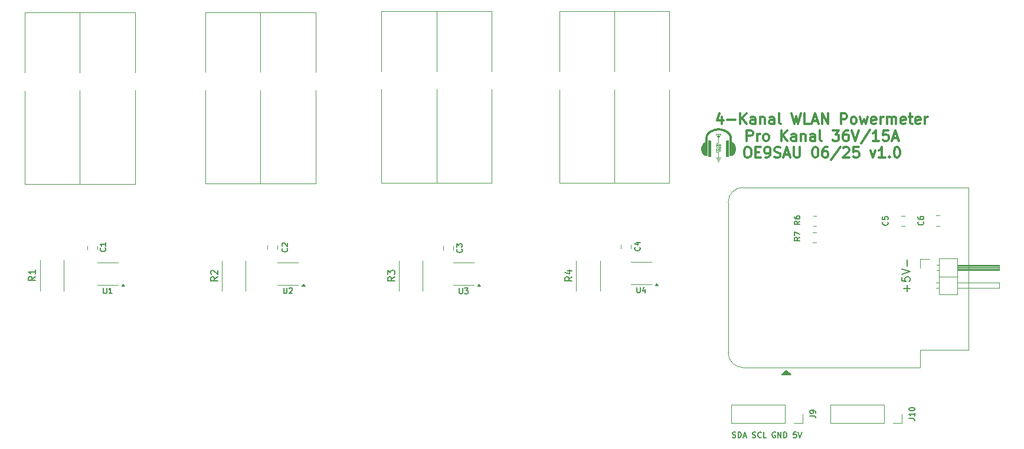
<source format=gbr>
G04 #@! TF.GenerationSoftware,KiCad,Pcbnew,8.0.5*
G04 #@! TF.CreationDate,2025-06-13T07:27:13+02:00*
G04 #@! TF.ProjectId,4-Kanal_Power_Meter,342d4b61-6e61-46c5-9f50-6f7765725f4d,rev?*
G04 #@! TF.SameCoordinates,Original*
G04 #@! TF.FileFunction,Legend,Top*
G04 #@! TF.FilePolarity,Positive*
%FSLAX46Y46*%
G04 Gerber Fmt 4.6, Leading zero omitted, Abs format (unit mm)*
G04 Created by KiCad (PCBNEW 8.0.5) date 2025-06-13 07:27:13*
%MOMM*%
%LPD*%
G01*
G04 APERTURE LIST*
%ADD10C,0.375000*%
%ADD11C,0.200000*%
%ADD12C,0.150000*%
%ADD13C,0.120000*%
%ADD14C,0.000000*%
G04 APERTURE END LIST*
D10*
X183661258Y-66026896D02*
X183661258Y-67026896D01*
X183304115Y-65455468D02*
X182946972Y-66526896D01*
X182946972Y-66526896D02*
X183875543Y-66526896D01*
X184446971Y-66455468D02*
X185589829Y-66455468D01*
X186304114Y-67026896D02*
X186304114Y-65526896D01*
X187161257Y-67026896D02*
X186518400Y-66169753D01*
X187161257Y-65526896D02*
X186304114Y-66384039D01*
X188446972Y-67026896D02*
X188446972Y-66241182D01*
X188446972Y-66241182D02*
X188375543Y-66098325D01*
X188375543Y-66098325D02*
X188232686Y-66026896D01*
X188232686Y-66026896D02*
X187946972Y-66026896D01*
X187946972Y-66026896D02*
X187804114Y-66098325D01*
X188446972Y-66955468D02*
X188304114Y-67026896D01*
X188304114Y-67026896D02*
X187946972Y-67026896D01*
X187946972Y-67026896D02*
X187804114Y-66955468D01*
X187804114Y-66955468D02*
X187732686Y-66812610D01*
X187732686Y-66812610D02*
X187732686Y-66669753D01*
X187732686Y-66669753D02*
X187804114Y-66526896D01*
X187804114Y-66526896D02*
X187946972Y-66455468D01*
X187946972Y-66455468D02*
X188304114Y-66455468D01*
X188304114Y-66455468D02*
X188446972Y-66384039D01*
X189161257Y-66026896D02*
X189161257Y-67026896D01*
X189161257Y-66169753D02*
X189232686Y-66098325D01*
X189232686Y-66098325D02*
X189375543Y-66026896D01*
X189375543Y-66026896D02*
X189589829Y-66026896D01*
X189589829Y-66026896D02*
X189732686Y-66098325D01*
X189732686Y-66098325D02*
X189804115Y-66241182D01*
X189804115Y-66241182D02*
X189804115Y-67026896D01*
X191161258Y-67026896D02*
X191161258Y-66241182D01*
X191161258Y-66241182D02*
X191089829Y-66098325D01*
X191089829Y-66098325D02*
X190946972Y-66026896D01*
X190946972Y-66026896D02*
X190661258Y-66026896D01*
X190661258Y-66026896D02*
X190518400Y-66098325D01*
X191161258Y-66955468D02*
X191018400Y-67026896D01*
X191018400Y-67026896D02*
X190661258Y-67026896D01*
X190661258Y-67026896D02*
X190518400Y-66955468D01*
X190518400Y-66955468D02*
X190446972Y-66812610D01*
X190446972Y-66812610D02*
X190446972Y-66669753D01*
X190446972Y-66669753D02*
X190518400Y-66526896D01*
X190518400Y-66526896D02*
X190661258Y-66455468D01*
X190661258Y-66455468D02*
X191018400Y-66455468D01*
X191018400Y-66455468D02*
X191161258Y-66384039D01*
X192089829Y-67026896D02*
X191946972Y-66955468D01*
X191946972Y-66955468D02*
X191875543Y-66812610D01*
X191875543Y-66812610D02*
X191875543Y-65526896D01*
X193661257Y-65526896D02*
X194018400Y-67026896D01*
X194018400Y-67026896D02*
X194304114Y-65955468D01*
X194304114Y-65955468D02*
X194589829Y-67026896D01*
X194589829Y-67026896D02*
X194946972Y-65526896D01*
X196232686Y-67026896D02*
X195518400Y-67026896D01*
X195518400Y-67026896D02*
X195518400Y-65526896D01*
X196661258Y-66598325D02*
X197375544Y-66598325D01*
X196518401Y-67026896D02*
X197018401Y-65526896D01*
X197018401Y-65526896D02*
X197518401Y-67026896D01*
X198018400Y-67026896D02*
X198018400Y-65526896D01*
X198018400Y-65526896D02*
X198875543Y-67026896D01*
X198875543Y-67026896D02*
X198875543Y-65526896D01*
X200732686Y-67026896D02*
X200732686Y-65526896D01*
X200732686Y-65526896D02*
X201304115Y-65526896D01*
X201304115Y-65526896D02*
X201446972Y-65598325D01*
X201446972Y-65598325D02*
X201518401Y-65669753D01*
X201518401Y-65669753D02*
X201589829Y-65812610D01*
X201589829Y-65812610D02*
X201589829Y-66026896D01*
X201589829Y-66026896D02*
X201518401Y-66169753D01*
X201518401Y-66169753D02*
X201446972Y-66241182D01*
X201446972Y-66241182D02*
X201304115Y-66312610D01*
X201304115Y-66312610D02*
X200732686Y-66312610D01*
X202446972Y-67026896D02*
X202304115Y-66955468D01*
X202304115Y-66955468D02*
X202232686Y-66884039D01*
X202232686Y-66884039D02*
X202161258Y-66741182D01*
X202161258Y-66741182D02*
X202161258Y-66312610D01*
X202161258Y-66312610D02*
X202232686Y-66169753D01*
X202232686Y-66169753D02*
X202304115Y-66098325D01*
X202304115Y-66098325D02*
X202446972Y-66026896D01*
X202446972Y-66026896D02*
X202661258Y-66026896D01*
X202661258Y-66026896D02*
X202804115Y-66098325D01*
X202804115Y-66098325D02*
X202875544Y-66169753D01*
X202875544Y-66169753D02*
X202946972Y-66312610D01*
X202946972Y-66312610D02*
X202946972Y-66741182D01*
X202946972Y-66741182D02*
X202875544Y-66884039D01*
X202875544Y-66884039D02*
X202804115Y-66955468D01*
X202804115Y-66955468D02*
X202661258Y-67026896D01*
X202661258Y-67026896D02*
X202446972Y-67026896D01*
X203446972Y-66026896D02*
X203732687Y-67026896D01*
X203732687Y-67026896D02*
X204018401Y-66312610D01*
X204018401Y-66312610D02*
X204304115Y-67026896D01*
X204304115Y-67026896D02*
X204589829Y-66026896D01*
X205732687Y-66955468D02*
X205589830Y-67026896D01*
X205589830Y-67026896D02*
X205304116Y-67026896D01*
X205304116Y-67026896D02*
X205161258Y-66955468D01*
X205161258Y-66955468D02*
X205089830Y-66812610D01*
X205089830Y-66812610D02*
X205089830Y-66241182D01*
X205089830Y-66241182D02*
X205161258Y-66098325D01*
X205161258Y-66098325D02*
X205304116Y-66026896D01*
X205304116Y-66026896D02*
X205589830Y-66026896D01*
X205589830Y-66026896D02*
X205732687Y-66098325D01*
X205732687Y-66098325D02*
X205804116Y-66241182D01*
X205804116Y-66241182D02*
X205804116Y-66384039D01*
X205804116Y-66384039D02*
X205089830Y-66526896D01*
X206446972Y-67026896D02*
X206446972Y-66026896D01*
X206446972Y-66312610D02*
X206518401Y-66169753D01*
X206518401Y-66169753D02*
X206589830Y-66098325D01*
X206589830Y-66098325D02*
X206732687Y-66026896D01*
X206732687Y-66026896D02*
X206875544Y-66026896D01*
X207375543Y-67026896D02*
X207375543Y-66026896D01*
X207375543Y-66169753D02*
X207446972Y-66098325D01*
X207446972Y-66098325D02*
X207589829Y-66026896D01*
X207589829Y-66026896D02*
X207804115Y-66026896D01*
X207804115Y-66026896D02*
X207946972Y-66098325D01*
X207946972Y-66098325D02*
X208018401Y-66241182D01*
X208018401Y-66241182D02*
X208018401Y-67026896D01*
X208018401Y-66241182D02*
X208089829Y-66098325D01*
X208089829Y-66098325D02*
X208232686Y-66026896D01*
X208232686Y-66026896D02*
X208446972Y-66026896D01*
X208446972Y-66026896D02*
X208589829Y-66098325D01*
X208589829Y-66098325D02*
X208661258Y-66241182D01*
X208661258Y-66241182D02*
X208661258Y-67026896D01*
X209946972Y-66955468D02*
X209804115Y-67026896D01*
X209804115Y-67026896D02*
X209518401Y-67026896D01*
X209518401Y-67026896D02*
X209375543Y-66955468D01*
X209375543Y-66955468D02*
X209304115Y-66812610D01*
X209304115Y-66812610D02*
X209304115Y-66241182D01*
X209304115Y-66241182D02*
X209375543Y-66098325D01*
X209375543Y-66098325D02*
X209518401Y-66026896D01*
X209518401Y-66026896D02*
X209804115Y-66026896D01*
X209804115Y-66026896D02*
X209946972Y-66098325D01*
X209946972Y-66098325D02*
X210018401Y-66241182D01*
X210018401Y-66241182D02*
X210018401Y-66384039D01*
X210018401Y-66384039D02*
X209304115Y-66526896D01*
X210446972Y-66026896D02*
X211018400Y-66026896D01*
X210661257Y-65526896D02*
X210661257Y-66812610D01*
X210661257Y-66812610D02*
X210732686Y-66955468D01*
X210732686Y-66955468D02*
X210875543Y-67026896D01*
X210875543Y-67026896D02*
X211018400Y-67026896D01*
X212089829Y-66955468D02*
X211946972Y-67026896D01*
X211946972Y-67026896D02*
X211661258Y-67026896D01*
X211661258Y-67026896D02*
X211518400Y-66955468D01*
X211518400Y-66955468D02*
X211446972Y-66812610D01*
X211446972Y-66812610D02*
X211446972Y-66241182D01*
X211446972Y-66241182D02*
X211518400Y-66098325D01*
X211518400Y-66098325D02*
X211661258Y-66026896D01*
X211661258Y-66026896D02*
X211946972Y-66026896D01*
X211946972Y-66026896D02*
X212089829Y-66098325D01*
X212089829Y-66098325D02*
X212161258Y-66241182D01*
X212161258Y-66241182D02*
X212161258Y-66384039D01*
X212161258Y-66384039D02*
X211446972Y-66526896D01*
X212804114Y-67026896D02*
X212804114Y-66026896D01*
X212804114Y-66312610D02*
X212875543Y-66169753D01*
X212875543Y-66169753D02*
X212946972Y-66098325D01*
X212946972Y-66098325D02*
X213089829Y-66026896D01*
X213089829Y-66026896D02*
X213232686Y-66026896D01*
X187232686Y-69441812D02*
X187232686Y-67941812D01*
X187232686Y-67941812D02*
X187804115Y-67941812D01*
X187804115Y-67941812D02*
X187946972Y-68013241D01*
X187946972Y-68013241D02*
X188018401Y-68084669D01*
X188018401Y-68084669D02*
X188089829Y-68227526D01*
X188089829Y-68227526D02*
X188089829Y-68441812D01*
X188089829Y-68441812D02*
X188018401Y-68584669D01*
X188018401Y-68584669D02*
X187946972Y-68656098D01*
X187946972Y-68656098D02*
X187804115Y-68727526D01*
X187804115Y-68727526D02*
X187232686Y-68727526D01*
X188732686Y-69441812D02*
X188732686Y-68441812D01*
X188732686Y-68727526D02*
X188804115Y-68584669D01*
X188804115Y-68584669D02*
X188875544Y-68513241D01*
X188875544Y-68513241D02*
X189018401Y-68441812D01*
X189018401Y-68441812D02*
X189161258Y-68441812D01*
X189875543Y-69441812D02*
X189732686Y-69370384D01*
X189732686Y-69370384D02*
X189661257Y-69298955D01*
X189661257Y-69298955D02*
X189589829Y-69156098D01*
X189589829Y-69156098D02*
X189589829Y-68727526D01*
X189589829Y-68727526D02*
X189661257Y-68584669D01*
X189661257Y-68584669D02*
X189732686Y-68513241D01*
X189732686Y-68513241D02*
X189875543Y-68441812D01*
X189875543Y-68441812D02*
X190089829Y-68441812D01*
X190089829Y-68441812D02*
X190232686Y-68513241D01*
X190232686Y-68513241D02*
X190304115Y-68584669D01*
X190304115Y-68584669D02*
X190375543Y-68727526D01*
X190375543Y-68727526D02*
X190375543Y-69156098D01*
X190375543Y-69156098D02*
X190304115Y-69298955D01*
X190304115Y-69298955D02*
X190232686Y-69370384D01*
X190232686Y-69370384D02*
X190089829Y-69441812D01*
X190089829Y-69441812D02*
X189875543Y-69441812D01*
X192161257Y-69441812D02*
X192161257Y-67941812D01*
X193018400Y-69441812D02*
X192375543Y-68584669D01*
X193018400Y-67941812D02*
X192161257Y-68798955D01*
X194304115Y-69441812D02*
X194304115Y-68656098D01*
X194304115Y-68656098D02*
X194232686Y-68513241D01*
X194232686Y-68513241D02*
X194089829Y-68441812D01*
X194089829Y-68441812D02*
X193804115Y-68441812D01*
X193804115Y-68441812D02*
X193661257Y-68513241D01*
X194304115Y-69370384D02*
X194161257Y-69441812D01*
X194161257Y-69441812D02*
X193804115Y-69441812D01*
X193804115Y-69441812D02*
X193661257Y-69370384D01*
X193661257Y-69370384D02*
X193589829Y-69227526D01*
X193589829Y-69227526D02*
X193589829Y-69084669D01*
X193589829Y-69084669D02*
X193661257Y-68941812D01*
X193661257Y-68941812D02*
X193804115Y-68870384D01*
X193804115Y-68870384D02*
X194161257Y-68870384D01*
X194161257Y-68870384D02*
X194304115Y-68798955D01*
X195018400Y-68441812D02*
X195018400Y-69441812D01*
X195018400Y-68584669D02*
X195089829Y-68513241D01*
X195089829Y-68513241D02*
X195232686Y-68441812D01*
X195232686Y-68441812D02*
X195446972Y-68441812D01*
X195446972Y-68441812D02*
X195589829Y-68513241D01*
X195589829Y-68513241D02*
X195661258Y-68656098D01*
X195661258Y-68656098D02*
X195661258Y-69441812D01*
X197018401Y-69441812D02*
X197018401Y-68656098D01*
X197018401Y-68656098D02*
X196946972Y-68513241D01*
X196946972Y-68513241D02*
X196804115Y-68441812D01*
X196804115Y-68441812D02*
X196518401Y-68441812D01*
X196518401Y-68441812D02*
X196375543Y-68513241D01*
X197018401Y-69370384D02*
X196875543Y-69441812D01*
X196875543Y-69441812D02*
X196518401Y-69441812D01*
X196518401Y-69441812D02*
X196375543Y-69370384D01*
X196375543Y-69370384D02*
X196304115Y-69227526D01*
X196304115Y-69227526D02*
X196304115Y-69084669D01*
X196304115Y-69084669D02*
X196375543Y-68941812D01*
X196375543Y-68941812D02*
X196518401Y-68870384D01*
X196518401Y-68870384D02*
X196875543Y-68870384D01*
X196875543Y-68870384D02*
X197018401Y-68798955D01*
X197946972Y-69441812D02*
X197804115Y-69370384D01*
X197804115Y-69370384D02*
X197732686Y-69227526D01*
X197732686Y-69227526D02*
X197732686Y-67941812D01*
X199518400Y-67941812D02*
X200446972Y-67941812D01*
X200446972Y-67941812D02*
X199946972Y-68513241D01*
X199946972Y-68513241D02*
X200161257Y-68513241D01*
X200161257Y-68513241D02*
X200304115Y-68584669D01*
X200304115Y-68584669D02*
X200375543Y-68656098D01*
X200375543Y-68656098D02*
X200446972Y-68798955D01*
X200446972Y-68798955D02*
X200446972Y-69156098D01*
X200446972Y-69156098D02*
X200375543Y-69298955D01*
X200375543Y-69298955D02*
X200304115Y-69370384D01*
X200304115Y-69370384D02*
X200161257Y-69441812D01*
X200161257Y-69441812D02*
X199732686Y-69441812D01*
X199732686Y-69441812D02*
X199589829Y-69370384D01*
X199589829Y-69370384D02*
X199518400Y-69298955D01*
X201732686Y-67941812D02*
X201446971Y-67941812D01*
X201446971Y-67941812D02*
X201304114Y-68013241D01*
X201304114Y-68013241D02*
X201232686Y-68084669D01*
X201232686Y-68084669D02*
X201089828Y-68298955D01*
X201089828Y-68298955D02*
X201018400Y-68584669D01*
X201018400Y-68584669D02*
X201018400Y-69156098D01*
X201018400Y-69156098D02*
X201089828Y-69298955D01*
X201089828Y-69298955D02*
X201161257Y-69370384D01*
X201161257Y-69370384D02*
X201304114Y-69441812D01*
X201304114Y-69441812D02*
X201589828Y-69441812D01*
X201589828Y-69441812D02*
X201732686Y-69370384D01*
X201732686Y-69370384D02*
X201804114Y-69298955D01*
X201804114Y-69298955D02*
X201875543Y-69156098D01*
X201875543Y-69156098D02*
X201875543Y-68798955D01*
X201875543Y-68798955D02*
X201804114Y-68656098D01*
X201804114Y-68656098D02*
X201732686Y-68584669D01*
X201732686Y-68584669D02*
X201589828Y-68513241D01*
X201589828Y-68513241D02*
X201304114Y-68513241D01*
X201304114Y-68513241D02*
X201161257Y-68584669D01*
X201161257Y-68584669D02*
X201089828Y-68656098D01*
X201089828Y-68656098D02*
X201018400Y-68798955D01*
X202304114Y-67941812D02*
X202804114Y-69441812D01*
X202804114Y-69441812D02*
X203304114Y-67941812D01*
X204875542Y-67870384D02*
X203589828Y-69798955D01*
X206161257Y-69441812D02*
X205304114Y-69441812D01*
X205732685Y-69441812D02*
X205732685Y-67941812D01*
X205732685Y-67941812D02*
X205589828Y-68156098D01*
X205589828Y-68156098D02*
X205446971Y-68298955D01*
X205446971Y-68298955D02*
X205304114Y-68370384D01*
X207518399Y-67941812D02*
X206804113Y-67941812D01*
X206804113Y-67941812D02*
X206732685Y-68656098D01*
X206732685Y-68656098D02*
X206804113Y-68584669D01*
X206804113Y-68584669D02*
X206946971Y-68513241D01*
X206946971Y-68513241D02*
X207304113Y-68513241D01*
X207304113Y-68513241D02*
X207446971Y-68584669D01*
X207446971Y-68584669D02*
X207518399Y-68656098D01*
X207518399Y-68656098D02*
X207589828Y-68798955D01*
X207589828Y-68798955D02*
X207589828Y-69156098D01*
X207589828Y-69156098D02*
X207518399Y-69298955D01*
X207518399Y-69298955D02*
X207446971Y-69370384D01*
X207446971Y-69370384D02*
X207304113Y-69441812D01*
X207304113Y-69441812D02*
X206946971Y-69441812D01*
X206946971Y-69441812D02*
X206804113Y-69370384D01*
X206804113Y-69370384D02*
X206732685Y-69298955D01*
X208161256Y-69013241D02*
X208875542Y-69013241D01*
X208018399Y-69441812D02*
X208518399Y-67941812D01*
X208518399Y-67941812D02*
X209018399Y-69441812D01*
X187196973Y-70356728D02*
X187482687Y-70356728D01*
X187482687Y-70356728D02*
X187625544Y-70428157D01*
X187625544Y-70428157D02*
X187768401Y-70571014D01*
X187768401Y-70571014D02*
X187839830Y-70856728D01*
X187839830Y-70856728D02*
X187839830Y-71356728D01*
X187839830Y-71356728D02*
X187768401Y-71642442D01*
X187768401Y-71642442D02*
X187625544Y-71785300D01*
X187625544Y-71785300D02*
X187482687Y-71856728D01*
X187482687Y-71856728D02*
X187196973Y-71856728D01*
X187196973Y-71856728D02*
X187054116Y-71785300D01*
X187054116Y-71785300D02*
X186911258Y-71642442D01*
X186911258Y-71642442D02*
X186839830Y-71356728D01*
X186839830Y-71356728D02*
X186839830Y-70856728D01*
X186839830Y-70856728D02*
X186911258Y-70571014D01*
X186911258Y-70571014D02*
X187054116Y-70428157D01*
X187054116Y-70428157D02*
X187196973Y-70356728D01*
X188482687Y-71071014D02*
X188982687Y-71071014D01*
X189196973Y-71856728D02*
X188482687Y-71856728D01*
X188482687Y-71856728D02*
X188482687Y-70356728D01*
X188482687Y-70356728D02*
X189196973Y-70356728D01*
X189911259Y-71856728D02*
X190196973Y-71856728D01*
X190196973Y-71856728D02*
X190339830Y-71785300D01*
X190339830Y-71785300D02*
X190411259Y-71713871D01*
X190411259Y-71713871D02*
X190554116Y-71499585D01*
X190554116Y-71499585D02*
X190625545Y-71213871D01*
X190625545Y-71213871D02*
X190625545Y-70642442D01*
X190625545Y-70642442D02*
X190554116Y-70499585D01*
X190554116Y-70499585D02*
X190482688Y-70428157D01*
X190482688Y-70428157D02*
X190339830Y-70356728D01*
X190339830Y-70356728D02*
X190054116Y-70356728D01*
X190054116Y-70356728D02*
X189911259Y-70428157D01*
X189911259Y-70428157D02*
X189839830Y-70499585D01*
X189839830Y-70499585D02*
X189768402Y-70642442D01*
X189768402Y-70642442D02*
X189768402Y-70999585D01*
X189768402Y-70999585D02*
X189839830Y-71142442D01*
X189839830Y-71142442D02*
X189911259Y-71213871D01*
X189911259Y-71213871D02*
X190054116Y-71285300D01*
X190054116Y-71285300D02*
X190339830Y-71285300D01*
X190339830Y-71285300D02*
X190482688Y-71213871D01*
X190482688Y-71213871D02*
X190554116Y-71142442D01*
X190554116Y-71142442D02*
X190625545Y-70999585D01*
X191196973Y-71785300D02*
X191411259Y-71856728D01*
X191411259Y-71856728D02*
X191768401Y-71856728D01*
X191768401Y-71856728D02*
X191911259Y-71785300D01*
X191911259Y-71785300D02*
X191982687Y-71713871D01*
X191982687Y-71713871D02*
X192054116Y-71571014D01*
X192054116Y-71571014D02*
X192054116Y-71428157D01*
X192054116Y-71428157D02*
X191982687Y-71285300D01*
X191982687Y-71285300D02*
X191911259Y-71213871D01*
X191911259Y-71213871D02*
X191768401Y-71142442D01*
X191768401Y-71142442D02*
X191482687Y-71071014D01*
X191482687Y-71071014D02*
X191339830Y-70999585D01*
X191339830Y-70999585D02*
X191268401Y-70928157D01*
X191268401Y-70928157D02*
X191196973Y-70785300D01*
X191196973Y-70785300D02*
X191196973Y-70642442D01*
X191196973Y-70642442D02*
X191268401Y-70499585D01*
X191268401Y-70499585D02*
X191339830Y-70428157D01*
X191339830Y-70428157D02*
X191482687Y-70356728D01*
X191482687Y-70356728D02*
X191839830Y-70356728D01*
X191839830Y-70356728D02*
X192054116Y-70428157D01*
X192625544Y-71428157D02*
X193339830Y-71428157D01*
X192482687Y-71856728D02*
X192982687Y-70356728D01*
X192982687Y-70356728D02*
X193482687Y-71856728D01*
X193982686Y-70356728D02*
X193982686Y-71571014D01*
X193982686Y-71571014D02*
X194054115Y-71713871D01*
X194054115Y-71713871D02*
X194125544Y-71785300D01*
X194125544Y-71785300D02*
X194268401Y-71856728D01*
X194268401Y-71856728D02*
X194554115Y-71856728D01*
X194554115Y-71856728D02*
X194696972Y-71785300D01*
X194696972Y-71785300D02*
X194768401Y-71713871D01*
X194768401Y-71713871D02*
X194839829Y-71571014D01*
X194839829Y-71571014D02*
X194839829Y-70356728D01*
X196982687Y-70356728D02*
X197125544Y-70356728D01*
X197125544Y-70356728D02*
X197268401Y-70428157D01*
X197268401Y-70428157D02*
X197339830Y-70499585D01*
X197339830Y-70499585D02*
X197411258Y-70642442D01*
X197411258Y-70642442D02*
X197482687Y-70928157D01*
X197482687Y-70928157D02*
X197482687Y-71285300D01*
X197482687Y-71285300D02*
X197411258Y-71571014D01*
X197411258Y-71571014D02*
X197339830Y-71713871D01*
X197339830Y-71713871D02*
X197268401Y-71785300D01*
X197268401Y-71785300D02*
X197125544Y-71856728D01*
X197125544Y-71856728D02*
X196982687Y-71856728D01*
X196982687Y-71856728D02*
X196839830Y-71785300D01*
X196839830Y-71785300D02*
X196768401Y-71713871D01*
X196768401Y-71713871D02*
X196696972Y-71571014D01*
X196696972Y-71571014D02*
X196625544Y-71285300D01*
X196625544Y-71285300D02*
X196625544Y-70928157D01*
X196625544Y-70928157D02*
X196696972Y-70642442D01*
X196696972Y-70642442D02*
X196768401Y-70499585D01*
X196768401Y-70499585D02*
X196839830Y-70428157D01*
X196839830Y-70428157D02*
X196982687Y-70356728D01*
X198768401Y-70356728D02*
X198482686Y-70356728D01*
X198482686Y-70356728D02*
X198339829Y-70428157D01*
X198339829Y-70428157D02*
X198268401Y-70499585D01*
X198268401Y-70499585D02*
X198125543Y-70713871D01*
X198125543Y-70713871D02*
X198054115Y-70999585D01*
X198054115Y-70999585D02*
X198054115Y-71571014D01*
X198054115Y-71571014D02*
X198125543Y-71713871D01*
X198125543Y-71713871D02*
X198196972Y-71785300D01*
X198196972Y-71785300D02*
X198339829Y-71856728D01*
X198339829Y-71856728D02*
X198625543Y-71856728D01*
X198625543Y-71856728D02*
X198768401Y-71785300D01*
X198768401Y-71785300D02*
X198839829Y-71713871D01*
X198839829Y-71713871D02*
X198911258Y-71571014D01*
X198911258Y-71571014D02*
X198911258Y-71213871D01*
X198911258Y-71213871D02*
X198839829Y-71071014D01*
X198839829Y-71071014D02*
X198768401Y-70999585D01*
X198768401Y-70999585D02*
X198625543Y-70928157D01*
X198625543Y-70928157D02*
X198339829Y-70928157D01*
X198339829Y-70928157D02*
X198196972Y-70999585D01*
X198196972Y-70999585D02*
X198125543Y-71071014D01*
X198125543Y-71071014D02*
X198054115Y-71213871D01*
X200625543Y-70285300D02*
X199339829Y-72213871D01*
X201054115Y-70499585D02*
X201125543Y-70428157D01*
X201125543Y-70428157D02*
X201268401Y-70356728D01*
X201268401Y-70356728D02*
X201625543Y-70356728D01*
X201625543Y-70356728D02*
X201768401Y-70428157D01*
X201768401Y-70428157D02*
X201839829Y-70499585D01*
X201839829Y-70499585D02*
X201911258Y-70642442D01*
X201911258Y-70642442D02*
X201911258Y-70785300D01*
X201911258Y-70785300D02*
X201839829Y-70999585D01*
X201839829Y-70999585D02*
X200982686Y-71856728D01*
X200982686Y-71856728D02*
X201911258Y-71856728D01*
X203268400Y-70356728D02*
X202554114Y-70356728D01*
X202554114Y-70356728D02*
X202482686Y-71071014D01*
X202482686Y-71071014D02*
X202554114Y-70999585D01*
X202554114Y-70999585D02*
X202696972Y-70928157D01*
X202696972Y-70928157D02*
X203054114Y-70928157D01*
X203054114Y-70928157D02*
X203196972Y-70999585D01*
X203196972Y-70999585D02*
X203268400Y-71071014D01*
X203268400Y-71071014D02*
X203339829Y-71213871D01*
X203339829Y-71213871D02*
X203339829Y-71571014D01*
X203339829Y-71571014D02*
X203268400Y-71713871D01*
X203268400Y-71713871D02*
X203196972Y-71785300D01*
X203196972Y-71785300D02*
X203054114Y-71856728D01*
X203054114Y-71856728D02*
X202696972Y-71856728D01*
X202696972Y-71856728D02*
X202554114Y-71785300D01*
X202554114Y-71785300D02*
X202482686Y-71713871D01*
X204982685Y-70856728D02*
X205339828Y-71856728D01*
X205339828Y-71856728D02*
X205696971Y-70856728D01*
X207054114Y-71856728D02*
X206196971Y-71856728D01*
X206625542Y-71856728D02*
X206625542Y-70356728D01*
X206625542Y-70356728D02*
X206482685Y-70571014D01*
X206482685Y-70571014D02*
X206339828Y-70713871D01*
X206339828Y-70713871D02*
X206196971Y-70785300D01*
X207696970Y-71713871D02*
X207768399Y-71785300D01*
X207768399Y-71785300D02*
X207696970Y-71856728D01*
X207696970Y-71856728D02*
X207625542Y-71785300D01*
X207625542Y-71785300D02*
X207696970Y-71713871D01*
X207696970Y-71713871D02*
X207696970Y-71856728D01*
X208696971Y-70356728D02*
X208839828Y-70356728D01*
X208839828Y-70356728D02*
X208982685Y-70428157D01*
X208982685Y-70428157D02*
X209054114Y-70499585D01*
X209054114Y-70499585D02*
X209125542Y-70642442D01*
X209125542Y-70642442D02*
X209196971Y-70928157D01*
X209196971Y-70928157D02*
X209196971Y-71285300D01*
X209196971Y-71285300D02*
X209125542Y-71571014D01*
X209125542Y-71571014D02*
X209054114Y-71713871D01*
X209054114Y-71713871D02*
X208982685Y-71785300D01*
X208982685Y-71785300D02*
X208839828Y-71856728D01*
X208839828Y-71856728D02*
X208696971Y-71856728D01*
X208696971Y-71856728D02*
X208554114Y-71785300D01*
X208554114Y-71785300D02*
X208482685Y-71713871D01*
X208482685Y-71713871D02*
X208411256Y-71571014D01*
X208411256Y-71571014D02*
X208339828Y-71285300D01*
X208339828Y-71285300D02*
X208339828Y-70928157D01*
X208339828Y-70928157D02*
X208411256Y-70642442D01*
X208411256Y-70642442D02*
X208482685Y-70499585D01*
X208482685Y-70499585D02*
X208554114Y-70428157D01*
X208554114Y-70428157D02*
X208696971Y-70356728D01*
D11*
X210205600Y-91058713D02*
X210205600Y-90144428D01*
X210662742Y-90601570D02*
X209748457Y-90601570D01*
X209462742Y-89001571D02*
X209462742Y-89572999D01*
X209462742Y-89572999D02*
X210034171Y-89630142D01*
X210034171Y-89630142D02*
X209977028Y-89572999D01*
X209977028Y-89572999D02*
X209919885Y-89458714D01*
X209919885Y-89458714D02*
X209919885Y-89172999D01*
X209919885Y-89172999D02*
X209977028Y-89058714D01*
X209977028Y-89058714D02*
X210034171Y-89001571D01*
X210034171Y-89001571D02*
X210148457Y-88944428D01*
X210148457Y-88944428D02*
X210434171Y-88944428D01*
X210434171Y-88944428D02*
X210548457Y-89001571D01*
X210548457Y-89001571D02*
X210605600Y-89058714D01*
X210605600Y-89058714D02*
X210662742Y-89172999D01*
X210662742Y-89172999D02*
X210662742Y-89458714D01*
X210662742Y-89458714D02*
X210605600Y-89572999D01*
X210605600Y-89572999D02*
X210548457Y-89630142D01*
X209462742Y-88601571D02*
X210662742Y-88201571D01*
X210662742Y-88201571D02*
X209462742Y-87801571D01*
X210205600Y-87401571D02*
X210205600Y-86487286D01*
X185172966Y-111994600D02*
X185287252Y-112032695D01*
X185287252Y-112032695D02*
X185477728Y-112032695D01*
X185477728Y-112032695D02*
X185553919Y-111994600D01*
X185553919Y-111994600D02*
X185592014Y-111956504D01*
X185592014Y-111956504D02*
X185630109Y-111880314D01*
X185630109Y-111880314D02*
X185630109Y-111804123D01*
X185630109Y-111804123D02*
X185592014Y-111727933D01*
X185592014Y-111727933D02*
X185553919Y-111689838D01*
X185553919Y-111689838D02*
X185477728Y-111651742D01*
X185477728Y-111651742D02*
X185325347Y-111613647D01*
X185325347Y-111613647D02*
X185249157Y-111575552D01*
X185249157Y-111575552D02*
X185211062Y-111537457D01*
X185211062Y-111537457D02*
X185172966Y-111461266D01*
X185172966Y-111461266D02*
X185172966Y-111385076D01*
X185172966Y-111385076D02*
X185211062Y-111308885D01*
X185211062Y-111308885D02*
X185249157Y-111270790D01*
X185249157Y-111270790D02*
X185325347Y-111232695D01*
X185325347Y-111232695D02*
X185515824Y-111232695D01*
X185515824Y-111232695D02*
X185630109Y-111270790D01*
X185972967Y-112032695D02*
X185972967Y-111232695D01*
X185972967Y-111232695D02*
X186163443Y-111232695D01*
X186163443Y-111232695D02*
X186277729Y-111270790D01*
X186277729Y-111270790D02*
X186353919Y-111346980D01*
X186353919Y-111346980D02*
X186392014Y-111423171D01*
X186392014Y-111423171D02*
X186430110Y-111575552D01*
X186430110Y-111575552D02*
X186430110Y-111689838D01*
X186430110Y-111689838D02*
X186392014Y-111842219D01*
X186392014Y-111842219D02*
X186353919Y-111918409D01*
X186353919Y-111918409D02*
X186277729Y-111994600D01*
X186277729Y-111994600D02*
X186163443Y-112032695D01*
X186163443Y-112032695D02*
X185972967Y-112032695D01*
X186734871Y-111804123D02*
X187115824Y-111804123D01*
X186658681Y-112032695D02*
X186925348Y-111232695D01*
X186925348Y-111232695D02*
X187192014Y-112032695D01*
X188030109Y-111994600D02*
X188144395Y-112032695D01*
X188144395Y-112032695D02*
X188334871Y-112032695D01*
X188334871Y-112032695D02*
X188411062Y-111994600D01*
X188411062Y-111994600D02*
X188449157Y-111956504D01*
X188449157Y-111956504D02*
X188487252Y-111880314D01*
X188487252Y-111880314D02*
X188487252Y-111804123D01*
X188487252Y-111804123D02*
X188449157Y-111727933D01*
X188449157Y-111727933D02*
X188411062Y-111689838D01*
X188411062Y-111689838D02*
X188334871Y-111651742D01*
X188334871Y-111651742D02*
X188182490Y-111613647D01*
X188182490Y-111613647D02*
X188106300Y-111575552D01*
X188106300Y-111575552D02*
X188068205Y-111537457D01*
X188068205Y-111537457D02*
X188030109Y-111461266D01*
X188030109Y-111461266D02*
X188030109Y-111385076D01*
X188030109Y-111385076D02*
X188068205Y-111308885D01*
X188068205Y-111308885D02*
X188106300Y-111270790D01*
X188106300Y-111270790D02*
X188182490Y-111232695D01*
X188182490Y-111232695D02*
X188372967Y-111232695D01*
X188372967Y-111232695D02*
X188487252Y-111270790D01*
X189287253Y-111956504D02*
X189249157Y-111994600D01*
X189249157Y-111994600D02*
X189134872Y-112032695D01*
X189134872Y-112032695D02*
X189058681Y-112032695D01*
X189058681Y-112032695D02*
X188944395Y-111994600D01*
X188944395Y-111994600D02*
X188868205Y-111918409D01*
X188868205Y-111918409D02*
X188830110Y-111842219D01*
X188830110Y-111842219D02*
X188792014Y-111689838D01*
X188792014Y-111689838D02*
X188792014Y-111575552D01*
X188792014Y-111575552D02*
X188830110Y-111423171D01*
X188830110Y-111423171D02*
X188868205Y-111346980D01*
X188868205Y-111346980D02*
X188944395Y-111270790D01*
X188944395Y-111270790D02*
X189058681Y-111232695D01*
X189058681Y-111232695D02*
X189134872Y-111232695D01*
X189134872Y-111232695D02*
X189249157Y-111270790D01*
X189249157Y-111270790D02*
X189287253Y-111308885D01*
X190011062Y-112032695D02*
X189630110Y-112032695D01*
X189630110Y-112032695D02*
X189630110Y-111232695D01*
X191306300Y-111270790D02*
X191230110Y-111232695D01*
X191230110Y-111232695D02*
X191115824Y-111232695D01*
X191115824Y-111232695D02*
X191001538Y-111270790D01*
X191001538Y-111270790D02*
X190925348Y-111346980D01*
X190925348Y-111346980D02*
X190887253Y-111423171D01*
X190887253Y-111423171D02*
X190849157Y-111575552D01*
X190849157Y-111575552D02*
X190849157Y-111689838D01*
X190849157Y-111689838D02*
X190887253Y-111842219D01*
X190887253Y-111842219D02*
X190925348Y-111918409D01*
X190925348Y-111918409D02*
X191001538Y-111994600D01*
X191001538Y-111994600D02*
X191115824Y-112032695D01*
X191115824Y-112032695D02*
X191192015Y-112032695D01*
X191192015Y-112032695D02*
X191306300Y-111994600D01*
X191306300Y-111994600D02*
X191344396Y-111956504D01*
X191344396Y-111956504D02*
X191344396Y-111689838D01*
X191344396Y-111689838D02*
X191192015Y-111689838D01*
X191687253Y-112032695D02*
X191687253Y-111232695D01*
X191687253Y-111232695D02*
X192144396Y-112032695D01*
X192144396Y-112032695D02*
X192144396Y-111232695D01*
X192525348Y-112032695D02*
X192525348Y-111232695D01*
X192525348Y-111232695D02*
X192715824Y-111232695D01*
X192715824Y-111232695D02*
X192830110Y-111270790D01*
X192830110Y-111270790D02*
X192906300Y-111346980D01*
X192906300Y-111346980D02*
X192944395Y-111423171D01*
X192944395Y-111423171D02*
X192982491Y-111575552D01*
X192982491Y-111575552D02*
X192982491Y-111689838D01*
X192982491Y-111689838D02*
X192944395Y-111842219D01*
X192944395Y-111842219D02*
X192906300Y-111918409D01*
X192906300Y-111918409D02*
X192830110Y-111994600D01*
X192830110Y-111994600D02*
X192715824Y-112032695D01*
X192715824Y-112032695D02*
X192525348Y-112032695D01*
X194315824Y-111232695D02*
X193934872Y-111232695D01*
X193934872Y-111232695D02*
X193896776Y-111613647D01*
X193896776Y-111613647D02*
X193934872Y-111575552D01*
X193934872Y-111575552D02*
X194011062Y-111537457D01*
X194011062Y-111537457D02*
X194201538Y-111537457D01*
X194201538Y-111537457D02*
X194277729Y-111575552D01*
X194277729Y-111575552D02*
X194315824Y-111613647D01*
X194315824Y-111613647D02*
X194353919Y-111689838D01*
X194353919Y-111689838D02*
X194353919Y-111880314D01*
X194353919Y-111880314D02*
X194315824Y-111956504D01*
X194315824Y-111956504D02*
X194277729Y-111994600D01*
X194277729Y-111994600D02*
X194201538Y-112032695D01*
X194201538Y-112032695D02*
X194011062Y-112032695D01*
X194011062Y-112032695D02*
X193934872Y-111994600D01*
X193934872Y-111994600D02*
X193896776Y-111956504D01*
X194582491Y-111232695D02*
X194849158Y-112032695D01*
X194849158Y-112032695D02*
X195115824Y-111232695D01*
D12*
X146323404Y-84973232D02*
X146361500Y-85011328D01*
X146361500Y-85011328D02*
X146399595Y-85125613D01*
X146399595Y-85125613D02*
X146399595Y-85201804D01*
X146399595Y-85201804D02*
X146361500Y-85316090D01*
X146361500Y-85316090D02*
X146285309Y-85392280D01*
X146285309Y-85392280D02*
X146209119Y-85430375D01*
X146209119Y-85430375D02*
X146056738Y-85468471D01*
X146056738Y-85468471D02*
X145942452Y-85468471D01*
X145942452Y-85468471D02*
X145790071Y-85430375D01*
X145790071Y-85430375D02*
X145713880Y-85392280D01*
X145713880Y-85392280D02*
X145637690Y-85316090D01*
X145637690Y-85316090D02*
X145599595Y-85201804D01*
X145599595Y-85201804D02*
X145599595Y-85125613D01*
X145599595Y-85125613D02*
X145637690Y-85011328D01*
X145637690Y-85011328D02*
X145675785Y-84973232D01*
X145599595Y-84706566D02*
X145599595Y-84211328D01*
X145599595Y-84211328D02*
X145904357Y-84477994D01*
X145904357Y-84477994D02*
X145904357Y-84363709D01*
X145904357Y-84363709D02*
X145942452Y-84287518D01*
X145942452Y-84287518D02*
X145980547Y-84249423D01*
X145980547Y-84249423D02*
X146056738Y-84211328D01*
X146056738Y-84211328D02*
X146247214Y-84211328D01*
X146247214Y-84211328D02*
X146323404Y-84249423D01*
X146323404Y-84249423D02*
X146361500Y-84287518D01*
X146361500Y-84287518D02*
X146399595Y-84363709D01*
X146399595Y-84363709D02*
X146399595Y-84592280D01*
X146399595Y-84592280D02*
X146361500Y-84668471D01*
X146361500Y-84668471D02*
X146323404Y-84706566D01*
X94922776Y-90556695D02*
X94922776Y-91204314D01*
X94922776Y-91204314D02*
X94960871Y-91280504D01*
X94960871Y-91280504D02*
X94998966Y-91318600D01*
X94998966Y-91318600D02*
X95075157Y-91356695D01*
X95075157Y-91356695D02*
X95227538Y-91356695D01*
X95227538Y-91356695D02*
X95303728Y-91318600D01*
X95303728Y-91318600D02*
X95341823Y-91280504D01*
X95341823Y-91280504D02*
X95379919Y-91204314D01*
X95379919Y-91204314D02*
X95379919Y-90556695D01*
X96179918Y-91356695D02*
X95722775Y-91356695D01*
X95951347Y-91356695D02*
X95951347Y-90556695D01*
X95951347Y-90556695D02*
X95875156Y-90670980D01*
X95875156Y-90670980D02*
X95798966Y-90747171D01*
X95798966Y-90747171D02*
X95722775Y-90785266D01*
X85176519Y-88916266D02*
X84700328Y-89249599D01*
X85176519Y-89487694D02*
X84176519Y-89487694D01*
X84176519Y-89487694D02*
X84176519Y-89106742D01*
X84176519Y-89106742D02*
X84224138Y-89011504D01*
X84224138Y-89011504D02*
X84271757Y-88963885D01*
X84271757Y-88963885D02*
X84366995Y-88916266D01*
X84366995Y-88916266D02*
X84509852Y-88916266D01*
X84509852Y-88916266D02*
X84605090Y-88963885D01*
X84605090Y-88963885D02*
X84652709Y-89011504D01*
X84652709Y-89011504D02*
X84700328Y-89106742D01*
X84700328Y-89106742D02*
X84700328Y-89487694D01*
X85176519Y-87963885D02*
X85176519Y-88535313D01*
X85176519Y-88249599D02*
X84176519Y-88249599D01*
X84176519Y-88249599D02*
X84319376Y-88344837D01*
X84319376Y-88344837D02*
X84414614Y-88440075D01*
X84414614Y-88440075D02*
X84462233Y-88535313D01*
X162151219Y-88939666D02*
X161675028Y-89272999D01*
X162151219Y-89511094D02*
X161151219Y-89511094D01*
X161151219Y-89511094D02*
X161151219Y-89130142D01*
X161151219Y-89130142D02*
X161198838Y-89034904D01*
X161198838Y-89034904D02*
X161246457Y-88987285D01*
X161246457Y-88987285D02*
X161341695Y-88939666D01*
X161341695Y-88939666D02*
X161484552Y-88939666D01*
X161484552Y-88939666D02*
X161579790Y-88987285D01*
X161579790Y-88987285D02*
X161627409Y-89034904D01*
X161627409Y-89034904D02*
X161675028Y-89130142D01*
X161675028Y-89130142D02*
X161675028Y-89511094D01*
X161484552Y-88082523D02*
X162151219Y-88082523D01*
X161103600Y-88320618D02*
X161817885Y-88558713D01*
X161817885Y-88558713D02*
X161817885Y-87939666D01*
X95193204Y-84816932D02*
X95231300Y-84855028D01*
X95231300Y-84855028D02*
X95269395Y-84969313D01*
X95269395Y-84969313D02*
X95269395Y-85045504D01*
X95269395Y-85045504D02*
X95231300Y-85159790D01*
X95231300Y-85159790D02*
X95155109Y-85235980D01*
X95155109Y-85235980D02*
X95078919Y-85274075D01*
X95078919Y-85274075D02*
X94926538Y-85312171D01*
X94926538Y-85312171D02*
X94812252Y-85312171D01*
X94812252Y-85312171D02*
X94659871Y-85274075D01*
X94659871Y-85274075D02*
X94583680Y-85235980D01*
X94583680Y-85235980D02*
X94507490Y-85159790D01*
X94507490Y-85159790D02*
X94469395Y-85045504D01*
X94469395Y-85045504D02*
X94469395Y-84969313D01*
X94469395Y-84969313D02*
X94507490Y-84855028D01*
X94507490Y-84855028D02*
X94545585Y-84816932D01*
X95269395Y-84055028D02*
X95269395Y-84512171D01*
X95269395Y-84283599D02*
X94469395Y-84283599D01*
X94469395Y-84283599D02*
X94583680Y-84359790D01*
X94583680Y-84359790D02*
X94659871Y-84435980D01*
X94659871Y-84435980D02*
X94697966Y-84512171D01*
X194837395Y-80956132D02*
X194456442Y-81222799D01*
X194837395Y-81413275D02*
X194037395Y-81413275D01*
X194037395Y-81413275D02*
X194037395Y-81108513D01*
X194037395Y-81108513D02*
X194075490Y-81032323D01*
X194075490Y-81032323D02*
X194113585Y-80994228D01*
X194113585Y-80994228D02*
X194189776Y-80956132D01*
X194189776Y-80956132D02*
X194304061Y-80956132D01*
X194304061Y-80956132D02*
X194380252Y-80994228D01*
X194380252Y-80994228D02*
X194418347Y-81032323D01*
X194418347Y-81032323D02*
X194456442Y-81108513D01*
X194456442Y-81108513D02*
X194456442Y-81413275D01*
X194037395Y-80270418D02*
X194037395Y-80422799D01*
X194037395Y-80422799D02*
X194075490Y-80498990D01*
X194075490Y-80498990D02*
X194113585Y-80537085D01*
X194113585Y-80537085D02*
X194227871Y-80613275D01*
X194227871Y-80613275D02*
X194380252Y-80651371D01*
X194380252Y-80651371D02*
X194685014Y-80651371D01*
X194685014Y-80651371D02*
X194761204Y-80613275D01*
X194761204Y-80613275D02*
X194799300Y-80575180D01*
X194799300Y-80575180D02*
X194837395Y-80498990D01*
X194837395Y-80498990D02*
X194837395Y-80346609D01*
X194837395Y-80346609D02*
X194799300Y-80270418D01*
X194799300Y-80270418D02*
X194761204Y-80232323D01*
X194761204Y-80232323D02*
X194685014Y-80194228D01*
X194685014Y-80194228D02*
X194494538Y-80194228D01*
X194494538Y-80194228D02*
X194418347Y-80232323D01*
X194418347Y-80232323D02*
X194380252Y-80270418D01*
X194380252Y-80270418D02*
X194342157Y-80346609D01*
X194342157Y-80346609D02*
X194342157Y-80498990D01*
X194342157Y-80498990D02*
X194380252Y-80575180D01*
X194380252Y-80575180D02*
X194418347Y-80613275D01*
X194418347Y-80613275D02*
X194494538Y-80651371D01*
X136713119Y-88965066D02*
X136236928Y-89298399D01*
X136713119Y-89536494D02*
X135713119Y-89536494D01*
X135713119Y-89536494D02*
X135713119Y-89155542D01*
X135713119Y-89155542D02*
X135760738Y-89060304D01*
X135760738Y-89060304D02*
X135808357Y-89012685D01*
X135808357Y-89012685D02*
X135903595Y-88965066D01*
X135903595Y-88965066D02*
X136046452Y-88965066D01*
X136046452Y-88965066D02*
X136141690Y-89012685D01*
X136141690Y-89012685D02*
X136189309Y-89060304D01*
X136189309Y-89060304D02*
X136236928Y-89155542D01*
X136236928Y-89155542D02*
X136236928Y-89536494D01*
X135713119Y-88631732D02*
X135713119Y-88012685D01*
X135713119Y-88012685D02*
X136094071Y-88346018D01*
X136094071Y-88346018D02*
X136094071Y-88203161D01*
X136094071Y-88203161D02*
X136141690Y-88107923D01*
X136141690Y-88107923D02*
X136189309Y-88060304D01*
X136189309Y-88060304D02*
X136284547Y-88012685D01*
X136284547Y-88012685D02*
X136522642Y-88012685D01*
X136522642Y-88012685D02*
X136617880Y-88060304D01*
X136617880Y-88060304D02*
X136665500Y-88107923D01*
X136665500Y-88107923D02*
X136713119Y-88203161D01*
X136713119Y-88203161D02*
X136713119Y-88488875D01*
X136713119Y-88488875D02*
X136665500Y-88584113D01*
X136665500Y-88584113D02*
X136617880Y-88631732D01*
X121253604Y-84867732D02*
X121291700Y-84905828D01*
X121291700Y-84905828D02*
X121329795Y-85020113D01*
X121329795Y-85020113D02*
X121329795Y-85096304D01*
X121329795Y-85096304D02*
X121291700Y-85210590D01*
X121291700Y-85210590D02*
X121215509Y-85286780D01*
X121215509Y-85286780D02*
X121139319Y-85324875D01*
X121139319Y-85324875D02*
X120986938Y-85362971D01*
X120986938Y-85362971D02*
X120872652Y-85362971D01*
X120872652Y-85362971D02*
X120720271Y-85324875D01*
X120720271Y-85324875D02*
X120644080Y-85286780D01*
X120644080Y-85286780D02*
X120567890Y-85210590D01*
X120567890Y-85210590D02*
X120529795Y-85096304D01*
X120529795Y-85096304D02*
X120529795Y-85020113D01*
X120529795Y-85020113D02*
X120567890Y-84905828D01*
X120567890Y-84905828D02*
X120605985Y-84867732D01*
X120605985Y-84562971D02*
X120567890Y-84524875D01*
X120567890Y-84524875D02*
X120529795Y-84448685D01*
X120529795Y-84448685D02*
X120529795Y-84258209D01*
X120529795Y-84258209D02*
X120567890Y-84182018D01*
X120567890Y-84182018D02*
X120605985Y-84143923D01*
X120605985Y-84143923D02*
X120682176Y-84105828D01*
X120682176Y-84105828D02*
X120758366Y-84105828D01*
X120758366Y-84105828D02*
X120872652Y-84143923D01*
X120872652Y-84143923D02*
X121329795Y-84601066D01*
X121329795Y-84601066D02*
X121329795Y-84105828D01*
X171850404Y-84715332D02*
X171888500Y-84753428D01*
X171888500Y-84753428D02*
X171926595Y-84867713D01*
X171926595Y-84867713D02*
X171926595Y-84943904D01*
X171926595Y-84943904D02*
X171888500Y-85058190D01*
X171888500Y-85058190D02*
X171812309Y-85134380D01*
X171812309Y-85134380D02*
X171736119Y-85172475D01*
X171736119Y-85172475D02*
X171583738Y-85210571D01*
X171583738Y-85210571D02*
X171469452Y-85210571D01*
X171469452Y-85210571D02*
X171317071Y-85172475D01*
X171317071Y-85172475D02*
X171240880Y-85134380D01*
X171240880Y-85134380D02*
X171164690Y-85058190D01*
X171164690Y-85058190D02*
X171126595Y-84943904D01*
X171126595Y-84943904D02*
X171126595Y-84867713D01*
X171126595Y-84867713D02*
X171164690Y-84753428D01*
X171164690Y-84753428D02*
X171202785Y-84715332D01*
X171393261Y-84029618D02*
X171926595Y-84029618D01*
X171088500Y-84220094D02*
X171659928Y-84410571D01*
X171659928Y-84410571D02*
X171659928Y-83915332D01*
X120779976Y-90540695D02*
X120779976Y-91188314D01*
X120779976Y-91188314D02*
X120818071Y-91264504D01*
X120818071Y-91264504D02*
X120856166Y-91302600D01*
X120856166Y-91302600D02*
X120932357Y-91340695D01*
X120932357Y-91340695D02*
X121084738Y-91340695D01*
X121084738Y-91340695D02*
X121160928Y-91302600D01*
X121160928Y-91302600D02*
X121199023Y-91264504D01*
X121199023Y-91264504D02*
X121237119Y-91188314D01*
X121237119Y-91188314D02*
X121237119Y-90540695D01*
X121579975Y-90616885D02*
X121618071Y-90578790D01*
X121618071Y-90578790D02*
X121694261Y-90540695D01*
X121694261Y-90540695D02*
X121884737Y-90540695D01*
X121884737Y-90540695D02*
X121960928Y-90578790D01*
X121960928Y-90578790D02*
X121999023Y-90616885D01*
X121999023Y-90616885D02*
X122037118Y-90693076D01*
X122037118Y-90693076D02*
X122037118Y-90769266D01*
X122037118Y-90769266D02*
X121999023Y-90883552D01*
X121999023Y-90883552D02*
X121541880Y-91340695D01*
X121541880Y-91340695D02*
X122037118Y-91340695D01*
X111325819Y-88965066D02*
X110849628Y-89298399D01*
X111325819Y-89536494D02*
X110325819Y-89536494D01*
X110325819Y-89536494D02*
X110325819Y-89155542D01*
X110325819Y-89155542D02*
X110373438Y-89060304D01*
X110373438Y-89060304D02*
X110421057Y-89012685D01*
X110421057Y-89012685D02*
X110516295Y-88965066D01*
X110516295Y-88965066D02*
X110659152Y-88965066D01*
X110659152Y-88965066D02*
X110754390Y-89012685D01*
X110754390Y-89012685D02*
X110802009Y-89060304D01*
X110802009Y-89060304D02*
X110849628Y-89155542D01*
X110849628Y-89155542D02*
X110849628Y-89536494D01*
X110421057Y-88584113D02*
X110373438Y-88536494D01*
X110373438Y-88536494D02*
X110325819Y-88441256D01*
X110325819Y-88441256D02*
X110325819Y-88203161D01*
X110325819Y-88203161D02*
X110373438Y-88107923D01*
X110373438Y-88107923D02*
X110421057Y-88060304D01*
X110421057Y-88060304D02*
X110516295Y-88012685D01*
X110516295Y-88012685D02*
X110611533Y-88012685D01*
X110611533Y-88012685D02*
X110754390Y-88060304D01*
X110754390Y-88060304D02*
X111325819Y-88631732D01*
X111325819Y-88631732D02*
X111325819Y-88012685D01*
X207423104Y-81057732D02*
X207461200Y-81095828D01*
X207461200Y-81095828D02*
X207499295Y-81210113D01*
X207499295Y-81210113D02*
X207499295Y-81286304D01*
X207499295Y-81286304D02*
X207461200Y-81400590D01*
X207461200Y-81400590D02*
X207385009Y-81476780D01*
X207385009Y-81476780D02*
X207308819Y-81514875D01*
X207308819Y-81514875D02*
X207156438Y-81552971D01*
X207156438Y-81552971D02*
X207042152Y-81552971D01*
X207042152Y-81552971D02*
X206889771Y-81514875D01*
X206889771Y-81514875D02*
X206813580Y-81476780D01*
X206813580Y-81476780D02*
X206737390Y-81400590D01*
X206737390Y-81400590D02*
X206699295Y-81286304D01*
X206699295Y-81286304D02*
X206699295Y-81210113D01*
X206699295Y-81210113D02*
X206737390Y-81095828D01*
X206737390Y-81095828D02*
X206775485Y-81057732D01*
X206699295Y-80333923D02*
X206699295Y-80714875D01*
X206699295Y-80714875D02*
X207080247Y-80752971D01*
X207080247Y-80752971D02*
X207042152Y-80714875D01*
X207042152Y-80714875D02*
X207004057Y-80638685D01*
X207004057Y-80638685D02*
X207004057Y-80448209D01*
X207004057Y-80448209D02*
X207042152Y-80372018D01*
X207042152Y-80372018D02*
X207080247Y-80333923D01*
X207080247Y-80333923D02*
X207156438Y-80295828D01*
X207156438Y-80295828D02*
X207346914Y-80295828D01*
X207346914Y-80295828D02*
X207423104Y-80333923D01*
X207423104Y-80333923D02*
X207461200Y-80372018D01*
X207461200Y-80372018D02*
X207499295Y-80448209D01*
X207499295Y-80448209D02*
X207499295Y-80638685D01*
X207499295Y-80638685D02*
X207461200Y-80714875D01*
X207461200Y-80714875D02*
X207423104Y-80752971D01*
X196273995Y-108902466D02*
X196845423Y-108902466D01*
X196845423Y-108902466D02*
X196959709Y-108940561D01*
X196959709Y-108940561D02*
X197035900Y-109016752D01*
X197035900Y-109016752D02*
X197073995Y-109131037D01*
X197073995Y-109131037D02*
X197073995Y-109207228D01*
X197073995Y-108483418D02*
X197073995Y-108331037D01*
X197073995Y-108331037D02*
X197035900Y-108254847D01*
X197035900Y-108254847D02*
X196997804Y-108216751D01*
X196997804Y-108216751D02*
X196883519Y-108140561D01*
X196883519Y-108140561D02*
X196731138Y-108102466D01*
X196731138Y-108102466D02*
X196426376Y-108102466D01*
X196426376Y-108102466D02*
X196350185Y-108140561D01*
X196350185Y-108140561D02*
X196312090Y-108178656D01*
X196312090Y-108178656D02*
X196273995Y-108254847D01*
X196273995Y-108254847D02*
X196273995Y-108407228D01*
X196273995Y-108407228D02*
X196312090Y-108483418D01*
X196312090Y-108483418D02*
X196350185Y-108521513D01*
X196350185Y-108521513D02*
X196426376Y-108559609D01*
X196426376Y-108559609D02*
X196616852Y-108559609D01*
X196616852Y-108559609D02*
X196693042Y-108521513D01*
X196693042Y-108521513D02*
X196731138Y-108483418D01*
X196731138Y-108483418D02*
X196769233Y-108407228D01*
X196769233Y-108407228D02*
X196769233Y-108254847D01*
X196769233Y-108254847D02*
X196731138Y-108178656D01*
X196731138Y-108178656D02*
X196693042Y-108140561D01*
X196693042Y-108140561D02*
X196616852Y-108102466D01*
X194837395Y-83292932D02*
X194456442Y-83559599D01*
X194837395Y-83750075D02*
X194037395Y-83750075D01*
X194037395Y-83750075D02*
X194037395Y-83445313D01*
X194037395Y-83445313D02*
X194075490Y-83369123D01*
X194075490Y-83369123D02*
X194113585Y-83331028D01*
X194113585Y-83331028D02*
X194189776Y-83292932D01*
X194189776Y-83292932D02*
X194304061Y-83292932D01*
X194304061Y-83292932D02*
X194380252Y-83331028D01*
X194380252Y-83331028D02*
X194418347Y-83369123D01*
X194418347Y-83369123D02*
X194456442Y-83445313D01*
X194456442Y-83445313D02*
X194456442Y-83750075D01*
X194037395Y-83026266D02*
X194037395Y-82492932D01*
X194037395Y-82492932D02*
X194837395Y-82835790D01*
X145976776Y-90564695D02*
X145976776Y-91212314D01*
X145976776Y-91212314D02*
X146014871Y-91288504D01*
X146014871Y-91288504D02*
X146052966Y-91326600D01*
X146052966Y-91326600D02*
X146129157Y-91364695D01*
X146129157Y-91364695D02*
X146281538Y-91364695D01*
X146281538Y-91364695D02*
X146357728Y-91326600D01*
X146357728Y-91326600D02*
X146395823Y-91288504D01*
X146395823Y-91288504D02*
X146433919Y-91212314D01*
X146433919Y-91212314D02*
X146433919Y-90564695D01*
X146738680Y-90564695D02*
X147233918Y-90564695D01*
X147233918Y-90564695D02*
X146967252Y-90869457D01*
X146967252Y-90869457D02*
X147081537Y-90869457D01*
X147081537Y-90869457D02*
X147157728Y-90907552D01*
X147157728Y-90907552D02*
X147195823Y-90945647D01*
X147195823Y-90945647D02*
X147233918Y-91021838D01*
X147233918Y-91021838D02*
X147233918Y-91212314D01*
X147233918Y-91212314D02*
X147195823Y-91288504D01*
X147195823Y-91288504D02*
X147157728Y-91326600D01*
X147157728Y-91326600D02*
X147081537Y-91364695D01*
X147081537Y-91364695D02*
X146852966Y-91364695D01*
X146852966Y-91364695D02*
X146776775Y-91326600D01*
X146776775Y-91326600D02*
X146738680Y-91288504D01*
X210497995Y-109283419D02*
X211069423Y-109283419D01*
X211069423Y-109283419D02*
X211183709Y-109321514D01*
X211183709Y-109321514D02*
X211259900Y-109397705D01*
X211259900Y-109397705D02*
X211297995Y-109511990D01*
X211297995Y-109511990D02*
X211297995Y-109588181D01*
X211297995Y-108483419D02*
X211297995Y-108940562D01*
X211297995Y-108711990D02*
X210497995Y-108711990D01*
X210497995Y-108711990D02*
X210612280Y-108788181D01*
X210612280Y-108788181D02*
X210688471Y-108864371D01*
X210688471Y-108864371D02*
X210726566Y-108940562D01*
X210497995Y-107988180D02*
X210497995Y-107911990D01*
X210497995Y-107911990D02*
X210536090Y-107835799D01*
X210536090Y-107835799D02*
X210574185Y-107797704D01*
X210574185Y-107797704D02*
X210650376Y-107759609D01*
X210650376Y-107759609D02*
X210802757Y-107721514D01*
X210802757Y-107721514D02*
X210993233Y-107721514D01*
X210993233Y-107721514D02*
X211145614Y-107759609D01*
X211145614Y-107759609D02*
X211221804Y-107797704D01*
X211221804Y-107797704D02*
X211259900Y-107835799D01*
X211259900Y-107835799D02*
X211297995Y-107911990D01*
X211297995Y-107911990D02*
X211297995Y-107988180D01*
X211297995Y-107988180D02*
X211259900Y-108064371D01*
X211259900Y-108064371D02*
X211221804Y-108102466D01*
X211221804Y-108102466D02*
X211145614Y-108140561D01*
X211145614Y-108140561D02*
X210993233Y-108178657D01*
X210993233Y-108178657D02*
X210802757Y-108178657D01*
X210802757Y-108178657D02*
X210650376Y-108140561D01*
X210650376Y-108140561D02*
X210574185Y-108102466D01*
X210574185Y-108102466D02*
X210536090Y-108064371D01*
X210536090Y-108064371D02*
X210497995Y-107988180D01*
X171462776Y-90445695D02*
X171462776Y-91093314D01*
X171462776Y-91093314D02*
X171500871Y-91169504D01*
X171500871Y-91169504D02*
X171538966Y-91207600D01*
X171538966Y-91207600D02*
X171615157Y-91245695D01*
X171615157Y-91245695D02*
X171767538Y-91245695D01*
X171767538Y-91245695D02*
X171843728Y-91207600D01*
X171843728Y-91207600D02*
X171881823Y-91169504D01*
X171881823Y-91169504D02*
X171919919Y-91093314D01*
X171919919Y-91093314D02*
X171919919Y-90445695D01*
X172643728Y-90712361D02*
X172643728Y-91245695D01*
X172453252Y-90407600D02*
X172262775Y-90979028D01*
X172262775Y-90979028D02*
X172758014Y-90979028D01*
X212503104Y-81032332D02*
X212541200Y-81070428D01*
X212541200Y-81070428D02*
X212579295Y-81184713D01*
X212579295Y-81184713D02*
X212579295Y-81260904D01*
X212579295Y-81260904D02*
X212541200Y-81375190D01*
X212541200Y-81375190D02*
X212465009Y-81451380D01*
X212465009Y-81451380D02*
X212388819Y-81489475D01*
X212388819Y-81489475D02*
X212236438Y-81527571D01*
X212236438Y-81527571D02*
X212122152Y-81527571D01*
X212122152Y-81527571D02*
X211969771Y-81489475D01*
X211969771Y-81489475D02*
X211893580Y-81451380D01*
X211893580Y-81451380D02*
X211817390Y-81375190D01*
X211817390Y-81375190D02*
X211779295Y-81260904D01*
X211779295Y-81260904D02*
X211779295Y-81184713D01*
X211779295Y-81184713D02*
X211817390Y-81070428D01*
X211817390Y-81070428D02*
X211855485Y-81032332D01*
X211779295Y-80346618D02*
X211779295Y-80498999D01*
X211779295Y-80498999D02*
X211817390Y-80575190D01*
X211817390Y-80575190D02*
X211855485Y-80613285D01*
X211855485Y-80613285D02*
X211969771Y-80689475D01*
X211969771Y-80689475D02*
X212122152Y-80727571D01*
X212122152Y-80727571D02*
X212426914Y-80727571D01*
X212426914Y-80727571D02*
X212503104Y-80689475D01*
X212503104Y-80689475D02*
X212541200Y-80651380D01*
X212541200Y-80651380D02*
X212579295Y-80575190D01*
X212579295Y-80575190D02*
X212579295Y-80422809D01*
X212579295Y-80422809D02*
X212541200Y-80346618D01*
X212541200Y-80346618D02*
X212503104Y-80308523D01*
X212503104Y-80308523D02*
X212426914Y-80270428D01*
X212426914Y-80270428D02*
X212236438Y-80270428D01*
X212236438Y-80270428D02*
X212160247Y-80308523D01*
X212160247Y-80308523D02*
X212122152Y-80346618D01*
X212122152Y-80346618D02*
X212084057Y-80422809D01*
X212084057Y-80422809D02*
X212084057Y-80575190D01*
X212084057Y-80575190D02*
X212122152Y-80651380D01*
X212122152Y-80651380D02*
X212160247Y-80689475D01*
X212160247Y-80689475D02*
X212236438Y-80727571D01*
D13*
X109549900Y-50976400D02*
X117449900Y-50976400D01*
X109549900Y-59586400D02*
X109549900Y-50976400D01*
X109549900Y-75576400D02*
X109549900Y-62186400D01*
X109549900Y-75576400D02*
X117449900Y-75576400D01*
X117449900Y-50976400D02*
X117449900Y-59576400D01*
X117449900Y-50976400D02*
X125349900Y-50976400D01*
X117449900Y-62176400D02*
X117449900Y-75576400D01*
X117449900Y-75576400D02*
X125349900Y-75576400D01*
X125349900Y-50976400D02*
X125349900Y-59576400D01*
X125349900Y-62176400D02*
X125349900Y-75576400D01*
X143651300Y-85101152D02*
X143651300Y-84578648D01*
X145121300Y-85101152D02*
X145121300Y-84578648D01*
X212090000Y-86385400D02*
X213360000Y-86385400D01*
X212090000Y-87655400D02*
X212090000Y-86385400D01*
X214402929Y-89815400D02*
X214800000Y-89815400D01*
X214402929Y-90575400D02*
X214800000Y-90575400D01*
X214470000Y-87275400D02*
X214800000Y-87275400D01*
X214470000Y-88035400D02*
X214800000Y-88035400D01*
X214800000Y-86325400D02*
X214800000Y-91525400D01*
X214800000Y-88925400D02*
X217460000Y-88925400D01*
X214800000Y-91525400D02*
X217460000Y-91525400D01*
X217460000Y-86325400D02*
X214800000Y-86325400D01*
X217460000Y-87275400D02*
X223460000Y-87275400D01*
X217460000Y-87335400D02*
X223460000Y-87335400D01*
X217460000Y-87455400D02*
X223460000Y-87455400D01*
X217460000Y-87575400D02*
X223460000Y-87575400D01*
X217460000Y-87695400D02*
X223460000Y-87695400D01*
X217460000Y-87815400D02*
X223460000Y-87815400D01*
X217460000Y-87935400D02*
X223460000Y-87935400D01*
X217460000Y-89815400D02*
X223460000Y-89815400D01*
X217460000Y-91525400D02*
X217460000Y-86325400D01*
X223460000Y-87275400D02*
X223460000Y-88035400D01*
X223460000Y-88035400D02*
X217460000Y-88035400D01*
X223460000Y-89815400D02*
X223460000Y-90575400D01*
X223460000Y-90575400D02*
X217460000Y-90575400D01*
X95532300Y-86934400D02*
X94032300Y-86934400D01*
X95532300Y-86934400D02*
X97032300Y-86934400D01*
X95532300Y-90154400D02*
X94032300Y-90154400D01*
X95532300Y-90154400D02*
X97032300Y-90154400D01*
X97984800Y-90284400D02*
X97504800Y-90284400D01*
X97744800Y-89954400D01*
X97984800Y-90284400D01*
G36*
X97984800Y-90284400D02*
G01*
X97504800Y-90284400D01*
X97744800Y-89954400D01*
X97984800Y-90284400D01*
G37*
X85843800Y-86597936D02*
X85843800Y-90952064D01*
X89263800Y-86597936D02*
X89263800Y-90952064D01*
X162742300Y-86621336D02*
X162742300Y-90975464D01*
X166162300Y-86621336D02*
X166162300Y-90975464D01*
D14*
G36*
X183183392Y-72208463D02*
G01*
X183401581Y-72209937D01*
X183401581Y-72252167D01*
X183401581Y-72294397D01*
X183183392Y-72295871D01*
X182965203Y-72297345D01*
X182965203Y-72252167D01*
X182965203Y-72206989D01*
X183183392Y-72208463D01*
G37*
G36*
X183257999Y-72584377D02*
G01*
X183257999Y-72623792D01*
X183181984Y-72623792D01*
X183105970Y-72623792D01*
X183105970Y-72584377D01*
X183105970Y-72544962D01*
X183181984Y-72544962D01*
X183257999Y-72544962D01*
X183257999Y-72584377D01*
G37*
G36*
X183183392Y-72377351D02*
G01*
X183322751Y-72378857D01*
X183324406Y-72419680D01*
X183326060Y-72460502D01*
X183181447Y-72460502D01*
X183036833Y-72460502D01*
X183040384Y-72430941D01*
X183042457Y-72411362D01*
X183043761Y-72394604D01*
X183043984Y-72388613D01*
X183044033Y-72375845D01*
X183183392Y-72377351D01*
G37*
G36*
X183474780Y-72086062D02*
G01*
X183474780Y-72125477D01*
X183183235Y-72126935D01*
X183116997Y-72127225D01*
X183061179Y-72127365D01*
X183014940Y-72127338D01*
X182977440Y-72127126D01*
X182947838Y-72126711D01*
X182925293Y-72126074D01*
X182908964Y-72125199D01*
X182898012Y-72124067D01*
X182891594Y-72122660D01*
X182888871Y-72120961D01*
X182888728Y-72120674D01*
X182887394Y-72111115D01*
X182887034Y-72094456D01*
X182887477Y-72079801D01*
X182889189Y-72046647D01*
X183181984Y-72046647D01*
X183474780Y-72046647D01*
X183474780Y-72086062D01*
G37*
G36*
X181883810Y-69386274D02*
G01*
X181925064Y-69386425D01*
X181956728Y-69386862D01*
X181980472Y-69387707D01*
X181997966Y-69389080D01*
X182010881Y-69391101D01*
X182020887Y-69393891D01*
X182027695Y-69396655D01*
X182050766Y-69411296D01*
X182072418Y-69432144D01*
X182089422Y-69455609D01*
X182097672Y-69474435D01*
X182098274Y-69482179D01*
X182098845Y-69500513D01*
X182099383Y-69528763D01*
X182099889Y-69566258D01*
X182100361Y-69612325D01*
X182100800Y-69666292D01*
X182101206Y-69727487D01*
X182101577Y-69795238D01*
X182101914Y-69868872D01*
X182102216Y-69947718D01*
X182102483Y-70031102D01*
X182102715Y-70118354D01*
X182102910Y-70208799D01*
X182103069Y-70301767D01*
X182103191Y-70396585D01*
X182103276Y-70492581D01*
X182103324Y-70589082D01*
X182103334Y-70685416D01*
X182103306Y-70780912D01*
X182103239Y-70874896D01*
X182103133Y-70966697D01*
X182102988Y-71055643D01*
X182102803Y-71141060D01*
X182102578Y-71222278D01*
X182102312Y-71298623D01*
X182102006Y-71369423D01*
X182101659Y-71434007D01*
X182101270Y-71491701D01*
X182100839Y-71541835D01*
X182100365Y-71583734D01*
X182099849Y-71616728D01*
X182099290Y-71640144D01*
X182098884Y-71650271D01*
X182097106Y-71680154D01*
X182095232Y-71701209D01*
X182092741Y-71715864D01*
X182089113Y-71726544D01*
X182083827Y-71735676D01*
X182079210Y-71741991D01*
X182064063Y-71758489D01*
X182045659Y-71774240D01*
X182040338Y-71778004D01*
X182017293Y-71793266D01*
X181890173Y-71794254D01*
X181852070Y-71794312D01*
X181816538Y-71793924D01*
X181785545Y-71793146D01*
X181761059Y-71792033D01*
X181745046Y-71790643D01*
X181741352Y-71789997D01*
X181710503Y-71777423D01*
X181686981Y-71756734D01*
X181675245Y-71737517D01*
X181674001Y-71734484D01*
X181672859Y-71730781D01*
X181671816Y-71725934D01*
X181670866Y-71719471D01*
X181670006Y-71710918D01*
X181669230Y-71699802D01*
X181668534Y-71685651D01*
X181667915Y-71667990D01*
X181667368Y-71646348D01*
X181666887Y-71620251D01*
X181666470Y-71589225D01*
X181666111Y-71552799D01*
X181665807Y-71510499D01*
X181665552Y-71461851D01*
X181665342Y-71406384D01*
X181665174Y-71343623D01*
X181665042Y-71273096D01*
X181664942Y-71194330D01*
X181664870Y-71106852D01*
X181664822Y-71010188D01*
X181664793Y-70903866D01*
X181664778Y-70787412D01*
X181664774Y-70660354D01*
X181664774Y-70608008D01*
X181664800Y-70493006D01*
X181664875Y-70381536D01*
X181664997Y-70274113D01*
X181665162Y-70171253D01*
X181665370Y-70073468D01*
X181665617Y-69981276D01*
X181665901Y-69895189D01*
X181666221Y-69815723D01*
X181666573Y-69743394D01*
X181666955Y-69678714D01*
X181667366Y-69622200D01*
X181667803Y-69574367D01*
X181668264Y-69535728D01*
X181668745Y-69506798D01*
X181669246Y-69488094D01*
X181669764Y-69480128D01*
X181669771Y-69480095D01*
X181682770Y-69447992D01*
X181704850Y-69420585D01*
X181733826Y-69400414D01*
X181743621Y-69395715D01*
X181752748Y-69392182D01*
X181762950Y-69389652D01*
X181775970Y-69387960D01*
X181793554Y-69386941D01*
X181817443Y-69386431D01*
X181849381Y-69386266D01*
X181883810Y-69386274D01*
G37*
G36*
X184588335Y-69392272D02*
G01*
X184610313Y-69392649D01*
X184626359Y-69393464D01*
X184637807Y-69394797D01*
X184645990Y-69396730D01*
X184652240Y-69399344D01*
X184657889Y-69402718D01*
X184660269Y-69404293D01*
X184664739Y-69406922D01*
X184668850Y-69408913D01*
X184672617Y-69410725D01*
X184676056Y-69412816D01*
X184679182Y-69415644D01*
X184682011Y-69419668D01*
X184684559Y-69425347D01*
X184686840Y-69433138D01*
X184688870Y-69443502D01*
X184690666Y-69456895D01*
X184692241Y-69473777D01*
X184693612Y-69494605D01*
X184694795Y-69519840D01*
X184695804Y-69549938D01*
X184696656Y-69585359D01*
X184697365Y-69626561D01*
X184697948Y-69674002D01*
X184698419Y-69728142D01*
X184698795Y-69789438D01*
X184699090Y-69858349D01*
X184699321Y-69935333D01*
X184699503Y-70020850D01*
X184699650Y-70115357D01*
X184699780Y-70219313D01*
X184699907Y-70333177D01*
X184700046Y-70457407D01*
X184700205Y-70585796D01*
X184700379Y-70718360D01*
X184700534Y-70840131D01*
X184700666Y-70951578D01*
X184700770Y-71053167D01*
X184700843Y-71145368D01*
X184700881Y-71228648D01*
X184700879Y-71303475D01*
X184700834Y-71370319D01*
X184700741Y-71429646D01*
X184700596Y-71481926D01*
X184700396Y-71527626D01*
X184700136Y-71567214D01*
X184699812Y-71601159D01*
X184699420Y-71629928D01*
X184698956Y-71653991D01*
X184698416Y-71673814D01*
X184697796Y-71689867D01*
X184697092Y-71702617D01*
X184696300Y-71712533D01*
X184695415Y-71720082D01*
X184694434Y-71725733D01*
X184693352Y-71729955D01*
X184692166Y-71733214D01*
X184690872Y-71735980D01*
X184690211Y-71737270D01*
X184674650Y-71757942D01*
X184651841Y-71776188D01*
X184651543Y-71776374D01*
X184624360Y-71793266D01*
X184488763Y-71794742D01*
X184445548Y-71795141D01*
X184412032Y-71795222D01*
X184386654Y-71794894D01*
X184367854Y-71794067D01*
X184354071Y-71792652D01*
X184343746Y-71790559D01*
X184335318Y-71787697D01*
X184330643Y-71785631D01*
X184303092Y-71768074D01*
X184282941Y-71743848D01*
X184273645Y-71725621D01*
X184272497Y-71722455D01*
X184271444Y-71718192D01*
X184270480Y-71712365D01*
X184269603Y-71704503D01*
X184268809Y-71694138D01*
X184268092Y-71680801D01*
X184267450Y-71664022D01*
X184266878Y-71643332D01*
X184266373Y-71618262D01*
X184265931Y-71588344D01*
X184265546Y-71553107D01*
X184265217Y-71512082D01*
X184264938Y-71464801D01*
X184264705Y-71410794D01*
X184264515Y-71349592D01*
X184264364Y-71280726D01*
X184264247Y-71203727D01*
X184264162Y-71118126D01*
X184264103Y-71023452D01*
X184264066Y-70919238D01*
X184264049Y-70805015D01*
X184264047Y-70680311D01*
X184264051Y-70591032D01*
X184264076Y-70452523D01*
X184264132Y-70324893D01*
X184264221Y-70207758D01*
X184264345Y-70100735D01*
X184264508Y-70003441D01*
X184264710Y-69915494D01*
X184264955Y-69836510D01*
X184265245Y-69766106D01*
X184265582Y-69703900D01*
X184265969Y-69649509D01*
X184266407Y-69602548D01*
X184266900Y-69562636D01*
X184267450Y-69529389D01*
X184268058Y-69502425D01*
X184268728Y-69481360D01*
X184269462Y-69465812D01*
X184270262Y-69455396D01*
X184271063Y-69449998D01*
X184278580Y-69428501D01*
X184288857Y-69411362D01*
X184292095Y-69407851D01*
X184296330Y-69404068D01*
X184300938Y-69401070D01*
X184307212Y-69398751D01*
X184316444Y-69397006D01*
X184329930Y-69395729D01*
X184348962Y-69394812D01*
X184374834Y-69394150D01*
X184408840Y-69393637D01*
X184452274Y-69393166D01*
X184473494Y-69392957D01*
X184521259Y-69392507D01*
X184559095Y-69392251D01*
X184588335Y-69392272D01*
G37*
G36*
X183281857Y-67641762D02*
G01*
X183329953Y-67643471D01*
X183363359Y-67645786D01*
X183504057Y-67662438D01*
X183641922Y-67686482D01*
X183778530Y-67718350D01*
X183915455Y-67758477D01*
X184054272Y-67807295D01*
X184196554Y-67865238D01*
X184254629Y-67890994D01*
X184346191Y-67934203D01*
X184428043Y-67976608D01*
X184501601Y-68019142D01*
X184568283Y-68062743D01*
X184629505Y-68108346D01*
X184686682Y-68156887D01*
X184741231Y-68209302D01*
X184750131Y-68218444D01*
X184824457Y-68302201D01*
X184889256Y-68389345D01*
X184944209Y-68479262D01*
X184988999Y-68571343D01*
X185023308Y-68664974D01*
X185046817Y-68759544D01*
X185053806Y-68802375D01*
X185055121Y-68818033D01*
X185056295Y-68844312D01*
X185057317Y-68880573D01*
X185058179Y-68926176D01*
X185058869Y-68980484D01*
X185059378Y-69042855D01*
X185059697Y-69112651D01*
X185059816Y-69189232D01*
X185059816Y-69195000D01*
X185059816Y-69543581D01*
X185083747Y-69555749D01*
X185117778Y-69575165D01*
X185157171Y-69601167D01*
X185199660Y-69632056D01*
X185242978Y-69666132D01*
X185284859Y-69701697D01*
X185314017Y-69728376D01*
X185393156Y-69811095D01*
X185463276Y-69900095D01*
X185524162Y-69994643D01*
X185575604Y-70094003D01*
X185617388Y-70197442D01*
X185649303Y-70304224D01*
X185671136Y-70413614D01*
X185682676Y-70524879D01*
X185683709Y-70637283D01*
X185674025Y-70750092D01*
X185653409Y-70862572D01*
X185648039Y-70884636D01*
X185629298Y-70950921D01*
X185607184Y-71013786D01*
X185579973Y-71077887D01*
X185563870Y-71111954D01*
X185508556Y-71212879D01*
X185444012Y-71307467D01*
X185370541Y-71395375D01*
X185288445Y-71476262D01*
X185198027Y-71549784D01*
X185142253Y-71588680D01*
X185092368Y-71621531D01*
X184913091Y-71621531D01*
X184733813Y-71621531D01*
X184731872Y-70229345D01*
X184729931Y-68837159D01*
X184717867Y-68797744D01*
X184693025Y-68728255D01*
X184661713Y-68662054D01*
X184622967Y-68597605D01*
X184575822Y-68533370D01*
X184519314Y-68467812D01*
X184493933Y-68440936D01*
X184421318Y-68371176D01*
X184345958Y-68309055D01*
X184269390Y-68255743D01*
X184195280Y-68213484D01*
X184163323Y-68198494D01*
X184122387Y-68181134D01*
X184074337Y-68162063D01*
X184021042Y-68141939D01*
X183964367Y-68121422D01*
X183906180Y-68101169D01*
X183848347Y-68081839D01*
X183792736Y-68064092D01*
X183741213Y-68048585D01*
X183695644Y-68035978D01*
X183683115Y-68032785D01*
X183594334Y-68011896D01*
X183513161Y-67995458D01*
X183437014Y-67983125D01*
X183363310Y-67974551D01*
X183289469Y-67969392D01*
X183212909Y-67967302D01*
X183193029Y-67967219D01*
X183090202Y-67969664D01*
X182989215Y-67977210D01*
X182888508Y-67990172D01*
X182786523Y-68008867D01*
X182681699Y-68033610D01*
X182572477Y-68064719D01*
X182457299Y-68102507D01*
X182369788Y-68134036D01*
X182296104Y-68162272D01*
X182231720Y-68188910D01*
X182174981Y-68214960D01*
X182124234Y-68241432D01*
X182077823Y-68269337D01*
X182034094Y-68299685D01*
X181991392Y-68333486D01*
X181948063Y-68371752D01*
X181902451Y-68415492D01*
X181892203Y-68425694D01*
X181833803Y-68486970D01*
X181784538Y-68545145D01*
X181743337Y-68601876D01*
X181709129Y-68658819D01*
X181680841Y-68717632D01*
X181657403Y-68779974D01*
X181651731Y-68797744D01*
X181639583Y-68837159D01*
X181637722Y-70229345D01*
X181635862Y-71621531D01*
X181454523Y-71621284D01*
X181273184Y-71621038D01*
X181218476Y-71583277D01*
X181132452Y-71519486D01*
X181055979Y-71453178D01*
X180987387Y-71382778D01*
X180925007Y-71306714D01*
X180924987Y-71306687D01*
X180860268Y-71211723D01*
X180805705Y-71112624D01*
X180761284Y-71010092D01*
X180726992Y-70904833D01*
X180702817Y-70797548D01*
X180688745Y-70688943D01*
X180684764Y-70579721D01*
X180690859Y-70470585D01*
X180707018Y-70362238D01*
X180733228Y-70255386D01*
X180769476Y-70150730D01*
X180815748Y-70048975D01*
X180872033Y-69950825D01*
X180938315Y-69856983D01*
X180952267Y-69839416D01*
X181021394Y-69761862D01*
X181099040Y-69688952D01*
X181182736Y-69622863D01*
X181247168Y-69579593D01*
X181309179Y-69540994D01*
X181311312Y-69163739D01*
X181311727Y-69088491D01*
X181312105Y-69023524D01*
X181312513Y-68967858D01*
X181313019Y-68920512D01*
X181313690Y-68880506D01*
X181314593Y-68846861D01*
X181315797Y-68818595D01*
X181317370Y-68794729D01*
X181319377Y-68774282D01*
X181321888Y-68756275D01*
X181324969Y-68739727D01*
X181328688Y-68723658D01*
X181333113Y-68707087D01*
X181338311Y-68689036D01*
X181344350Y-68668523D01*
X181345779Y-68663651D01*
X181364109Y-68610655D01*
X181389175Y-68552540D01*
X181419563Y-68491963D01*
X181453864Y-68431583D01*
X181490666Y-68374055D01*
X181524245Y-68327583D01*
X181574331Y-68267219D01*
X181630657Y-68207390D01*
X181690871Y-68150263D01*
X181752617Y-68098006D01*
X181813542Y-68052788D01*
X181844698Y-68032417D01*
X181904815Y-67997102D01*
X181973803Y-67960036D01*
X182049615Y-67922218D01*
X182130202Y-67884648D01*
X182213515Y-67848324D01*
X182267552Y-67826100D01*
X182429077Y-67766810D01*
X182590766Y-67718593D01*
X182753283Y-67681272D01*
X182900450Y-67656901D01*
X182942223Y-67652255D01*
X182992402Y-67648337D01*
X183048486Y-67645206D01*
X183107975Y-67642923D01*
X183168367Y-67641549D01*
X183227161Y-67641141D01*
X183281857Y-67641762D01*
G37*
G36*
X183164616Y-68485785D02*
G01*
X183217995Y-68485988D01*
X183271242Y-68486300D01*
X183323150Y-68486714D01*
X183372513Y-68487221D01*
X183418126Y-68487816D01*
X183458782Y-68488490D01*
X183493275Y-68489236D01*
X183520399Y-68490047D01*
X183538948Y-68490915D01*
X183547715Y-68491833D01*
X183548219Y-68492048D01*
X183546299Y-68497562D01*
X183539375Y-68512053D01*
X183527909Y-68534651D01*
X183512361Y-68564486D01*
X183493191Y-68600687D01*
X183470860Y-68642384D01*
X183445829Y-68688708D01*
X183418558Y-68738787D01*
X183391026Y-68788994D01*
X183229845Y-69081949D01*
X183229845Y-69461687D01*
X183229845Y-69841425D01*
X183200284Y-69844422D01*
X183180785Y-69846167D01*
X183154731Y-69848194D01*
X183126808Y-69850143D01*
X183118047Y-69850705D01*
X183087935Y-69853324D01*
X183055685Y-69857298D01*
X183027342Y-69861861D01*
X183022325Y-69862848D01*
X182982284Y-69873129D01*
X182952480Y-69885647D01*
X182932016Y-69900978D01*
X182919991Y-69919696D01*
X182916910Y-69930266D01*
X182916113Y-69941946D01*
X182920570Y-69951739D01*
X182932194Y-69963552D01*
X182934005Y-69965154D01*
X182950488Y-69977543D01*
X182971901Y-69990821D01*
X182995264Y-70003454D01*
X183017594Y-70013910D01*
X183035908Y-70020655D01*
X183045300Y-70022358D01*
X183055493Y-70020854D01*
X183073925Y-70016797D01*
X183098025Y-70010798D01*
X183125224Y-70003464D01*
X183126637Y-70003068D01*
X183193623Y-69986388D01*
X183257513Y-69974623D01*
X183317058Y-69967843D01*
X183371008Y-69966115D01*
X183418114Y-69969509D01*
X183457126Y-69978094D01*
X183472567Y-69984058D01*
X183498871Y-69999523D01*
X183518967Y-70018060D01*
X183520427Y-70019910D01*
X183529936Y-70034190D01*
X183534840Y-70048037D01*
X183536532Y-70066282D01*
X183536622Y-70076052D01*
X183535667Y-70097709D01*
X183532037Y-70112961D01*
X183524367Y-70126591D01*
X183520811Y-70131423D01*
X183499658Y-70152477D01*
X183471984Y-70168098D01*
X183436893Y-70178526D01*
X183393489Y-70184001D01*
X183340876Y-70184762D01*
X183323798Y-70184137D01*
X183276325Y-70180813D01*
X183232607Y-70175044D01*
X183188618Y-70166090D01*
X183140336Y-70153213D01*
X183116607Y-70146086D01*
X183091401Y-70138871D01*
X183068242Y-70133226D01*
X183050508Y-70129930D01*
X183044232Y-70129400D01*
X183027965Y-70132332D01*
X183007113Y-70140187D01*
X182984005Y-70151553D01*
X182960969Y-70165020D01*
X182940335Y-70179176D01*
X182924430Y-70192612D01*
X182915585Y-70203915D01*
X182914527Y-70207991D01*
X182919285Y-70217806D01*
X182932096Y-70230775D01*
X182950767Y-70245379D01*
X182973106Y-70260101D01*
X182996918Y-70273421D01*
X183020011Y-70283822D01*
X183028283Y-70286739D01*
X183039322Y-70289499D01*
X183050462Y-70289890D01*
X183064596Y-70287515D01*
X183084620Y-70281980D01*
X183101482Y-70276715D01*
X183150432Y-70262857D01*
X183202643Y-70251123D01*
X183255480Y-70241893D01*
X183306311Y-70235549D01*
X183352504Y-70232471D01*
X183391425Y-70233041D01*
X183398740Y-70233693D01*
X183442401Y-70241811D01*
X183479033Y-70255776D01*
X183507780Y-70274931D01*
X183527786Y-70298625D01*
X183538195Y-70326202D01*
X183539533Y-70341218D01*
X183534150Y-70372595D01*
X183518808Y-70400535D01*
X183494720Y-70423035D01*
X183487199Y-70427732D01*
X183447564Y-70444245D01*
X183399446Y-70453359D01*
X183342854Y-70455073D01*
X183277794Y-70449388D01*
X183204274Y-70436304D01*
X183123293Y-70416099D01*
X183096640Y-70409204D01*
X183071657Y-70403734D01*
X183051747Y-70400385D01*
X183042896Y-70399673D01*
X183024755Y-70402588D01*
X183002628Y-70410402D01*
X182978874Y-70421717D01*
X182955849Y-70435132D01*
X182935910Y-70449250D01*
X182921416Y-70462673D01*
X182914722Y-70474002D01*
X182914527Y-70475832D01*
X182919088Y-70484761D01*
X182931258Y-70497240D01*
X182948763Y-70511416D01*
X182969332Y-70525434D01*
X182989062Y-70536627D01*
X183011243Y-70545952D01*
X183033241Y-70550505D01*
X183057617Y-70550251D01*
X183086927Y-70545155D01*
X183123730Y-70535183D01*
X183125075Y-70534779D01*
X183194451Y-70516492D01*
X183260263Y-70505010D01*
X183327304Y-70499588D01*
X183356535Y-70498943D01*
X183388297Y-70498966D01*
X183411563Y-70499762D01*
X183429090Y-70501654D01*
X183443636Y-70504963D01*
X183457957Y-70510012D01*
X183460703Y-70511122D01*
X183487642Y-70523749D01*
X183506859Y-70537235D01*
X183521750Y-70554231D01*
X183527808Y-70563507D01*
X183537782Y-70590312D01*
X183537784Y-70620258D01*
X183527836Y-70651296D01*
X183526864Y-70653268D01*
X183508860Y-70676704D01*
X183481588Y-70694935D01*
X183445791Y-70707918D01*
X183402211Y-70715607D01*
X183351590Y-70717955D01*
X183294671Y-70714919D01*
X183232197Y-70706451D01*
X183164910Y-70692508D01*
X183112423Y-70678628D01*
X183083964Y-70670528D01*
X183063936Y-70665313D01*
X183049959Y-70662713D01*
X183039653Y-70662455D01*
X183030640Y-70664269D01*
X183020538Y-70667884D01*
X183019980Y-70668100D01*
X183002275Y-70676286D01*
X182981457Y-70687865D01*
X182960086Y-70701157D01*
X182940723Y-70714477D01*
X182925927Y-70726145D01*
X182918259Y-70734478D01*
X182917949Y-70735149D01*
X182917599Y-70747191D01*
X182920001Y-70754113D01*
X182929246Y-70764340D01*
X182946575Y-70777440D01*
X182969693Y-70791918D01*
X182996303Y-70806279D01*
X183010719Y-70813186D01*
X183042158Y-70827572D01*
X183089548Y-70813139D01*
X183151274Y-70795572D01*
X183206380Y-70782747D01*
X183258157Y-70774048D01*
X183309891Y-70768863D01*
X183334028Y-70767512D01*
X183368948Y-70766291D01*
X183395231Y-70766230D01*
X183415456Y-70767459D01*
X183432200Y-70770112D01*
X183444180Y-70773160D01*
X183482028Y-70788230D01*
X183510436Y-70808509D01*
X183529091Y-70833634D01*
X183537677Y-70863239D01*
X183537971Y-70881612D01*
X183532658Y-70909316D01*
X183520170Y-70931517D01*
X183499078Y-70950039D01*
X183473112Y-70964348D01*
X183434990Y-70977199D01*
X183388698Y-70983815D01*
X183334002Y-70984186D01*
X183270665Y-70978300D01*
X183198453Y-70966147D01*
X183118761Y-70948125D01*
X183087476Y-70940378D01*
X183064827Y-70935171D01*
X183048534Y-70932267D01*
X183036320Y-70931429D01*
X183025907Y-70932421D01*
X183015014Y-70935008D01*
X183008963Y-70936742D01*
X182984581Y-70945795D01*
X182960325Y-70958059D01*
X182939255Y-70971679D01*
X182924433Y-70984800D01*
X182920422Y-70990401D01*
X182916288Y-71009214D01*
X182921615Y-71029747D01*
X182935225Y-71050024D01*
X182955939Y-71068070D01*
X182972377Y-71077535D01*
X182992557Y-71085958D01*
X183015127Y-71092582D01*
X183042006Y-71097727D01*
X183075116Y-71101711D01*
X183116375Y-71104853D01*
X183146793Y-71106514D01*
X183224214Y-71110292D01*
X183224214Y-71492602D01*
X183224214Y-71874911D01*
X183390320Y-71874911D01*
X183556425Y-71874911D01*
X183556425Y-71917141D01*
X183556425Y-71959371D01*
X183184800Y-71959371D01*
X182813175Y-71959371D01*
X182813175Y-71917141D01*
X182813175Y-71874911D01*
X182973649Y-71874911D01*
X183134124Y-71874911D01*
X183134124Y-71535111D01*
X183134124Y-71195310D01*
X183076409Y-71191727D01*
X183012732Y-71184467D01*
X182958170Y-71171196D01*
X182912851Y-71151977D01*
X182876902Y-71126873D01*
X182850451Y-71095945D01*
X182840015Y-71076512D01*
X182831729Y-71048249D01*
X182828918Y-71016372D01*
X182831717Y-70985798D01*
X182837020Y-70967962D01*
X182852461Y-70941611D01*
X182875212Y-70915369D01*
X182901925Y-70892970D01*
X182907723Y-70889105D01*
X182931888Y-70873751D01*
X182930443Y-70872762D01*
X183210731Y-70872762D01*
X183211344Y-70877267D01*
X183221396Y-70881532D01*
X183239063Y-70885418D01*
X183262522Y-70888789D01*
X183289951Y-70891507D01*
X183319526Y-70893436D01*
X183349426Y-70894438D01*
X183377826Y-70894377D01*
X183402905Y-70893114D01*
X183422840Y-70890514D01*
X183428670Y-70889151D01*
X183444140Y-70882314D01*
X183448870Y-70874379D01*
X183443091Y-70866785D01*
X183427034Y-70860970D01*
X183424043Y-70860391D01*
X183401722Y-70857802D01*
X183373718Y-70856586D01*
X183342308Y-70856612D01*
X183309771Y-70857749D01*
X183278383Y-70859863D01*
X183250421Y-70862822D01*
X183228163Y-70866496D01*
X183213886Y-70870751D01*
X183210731Y-70872762D01*
X182930443Y-70872762D01*
X182913354Y-70861064D01*
X182892131Y-70844763D01*
X182870790Y-70825427D01*
X182852233Y-70805933D01*
X182839361Y-70789158D01*
X182837350Y-70785687D01*
X182831145Y-70765142D01*
X182829624Y-70739652D01*
X182832729Y-70714484D01*
X182838321Y-70698469D01*
X182846250Y-70687424D01*
X182860279Y-70671757D01*
X182877938Y-70654149D01*
X182886227Y-70646473D01*
X182903296Y-70630770D01*
X182916659Y-70617943D01*
X182924471Y-70609793D01*
X182925721Y-70607967D01*
X183218584Y-70607967D01*
X183223976Y-70614793D01*
X183239292Y-70620422D01*
X183263239Y-70624668D01*
X183294523Y-70627345D01*
X183331853Y-70628265D01*
X183356535Y-70627899D01*
X183383474Y-70626622D01*
X183407648Y-70624560D01*
X183425962Y-70622028D01*
X183433957Y-70620023D01*
X183446621Y-70612793D01*
X183449319Y-70605615D01*
X183443341Y-70598873D01*
X183429978Y-70592954D01*
X183410519Y-70588242D01*
X183386256Y-70585121D01*
X183358478Y-70583977D01*
X183328477Y-70585196D01*
X183319936Y-70586004D01*
X183286891Y-70590123D01*
X183258565Y-70594787D01*
X183236634Y-70599631D01*
X183222773Y-70604292D01*
X183218584Y-70607967D01*
X182925721Y-70607967D01*
X182925734Y-70607948D01*
X182921692Y-70603282D01*
X182911005Y-70593712D01*
X182895923Y-70581243D01*
X182894763Y-70580316D01*
X182863754Y-70551903D01*
X182843164Y-70524071D01*
X182832285Y-70495658D01*
X182830067Y-70474329D01*
X182833211Y-70448743D01*
X182843380Y-70424958D01*
X182861676Y-70401260D01*
X182889202Y-70375933D01*
X182897709Y-70369103D01*
X182925967Y-70346902D01*
X183221770Y-70346902D01*
X183229421Y-70350881D01*
X183246603Y-70355232D01*
X183259433Y-70357856D01*
X183286989Y-70361909D01*
X183318614Y-70364393D01*
X183351382Y-70365311D01*
X183382370Y-70364666D01*
X183408652Y-70362459D01*
X183427303Y-70358693D01*
X183429915Y-70357730D01*
X183444779Y-70349605D01*
X183448598Y-70341924D01*
X183441541Y-70334107D01*
X183437496Y-70331738D01*
X183426732Y-70329234D01*
X183407206Y-70327634D01*
X183381372Y-70326876D01*
X183351687Y-70326900D01*
X183320609Y-70327643D01*
X183290593Y-70329043D01*
X183264095Y-70331039D01*
X183243573Y-70333570D01*
X183231482Y-70336573D01*
X183230771Y-70336930D01*
X183222578Y-70342513D01*
X183221770Y-70346902D01*
X182925967Y-70346902D01*
X182932876Y-70341474D01*
X182916663Y-70329845D01*
X182897084Y-70314418D01*
X182876693Y-70296113D01*
X182858121Y-70277523D01*
X182843997Y-70261238D01*
X182838021Y-70252324D01*
X182832310Y-70233269D01*
X182830347Y-70208916D01*
X182832129Y-70184473D01*
X182837653Y-70165149D01*
X182838079Y-70164312D01*
X182846654Y-70152294D01*
X182861211Y-70135820D01*
X182879050Y-70117603D01*
X182897468Y-70100357D01*
X182913765Y-70086793D01*
X182918961Y-70083088D01*
X182924938Y-70078691D01*
X182925623Y-70077059D01*
X183212475Y-70077059D01*
X183221786Y-70081808D01*
X183239967Y-70086944D01*
X183263629Y-70091660D01*
X183278922Y-70093135D01*
X183302213Y-70094055D01*
X183330254Y-70094434D01*
X183359797Y-70094286D01*
X183387594Y-70093623D01*
X183410395Y-70092460D01*
X183424043Y-70090983D01*
X183440719Y-70085489D01*
X183448506Y-70077587D01*
X183446720Y-70069031D01*
X183435408Y-70061849D01*
X183420532Y-70058850D01*
X183397252Y-70057244D01*
X183368098Y-70056903D01*
X183335601Y-70057697D01*
X183302292Y-70059499D01*
X183270702Y-70062180D01*
X183243361Y-70065612D01*
X183222799Y-70069666D01*
X183213194Y-70073122D01*
X183212475Y-70077059D01*
X182925623Y-70077059D01*
X182926696Y-70074500D01*
X182923105Y-70068694D01*
X182913035Y-70059451D01*
X182895354Y-70044949D01*
X182895224Y-70044843D01*
X182868362Y-70021764D01*
X182849814Y-70002059D01*
X182838183Y-69983400D01*
X182832075Y-69963454D01*
X182830094Y-69939892D01*
X182830067Y-69936023D01*
X182833948Y-69899187D01*
X182846105Y-69867924D01*
X182867311Y-69841170D01*
X182898338Y-69817861D01*
X182926849Y-69802776D01*
X182954072Y-69792089D01*
X182987599Y-69781905D01*
X183023516Y-69773150D01*
X183057906Y-69766752D01*
X183086854Y-69763637D01*
X183092841Y-69763480D01*
X183101335Y-69763765D01*
X183108586Y-69764132D01*
X183114690Y-69763759D01*
X183119747Y-69761826D01*
X183123852Y-69757513D01*
X183127105Y-69749998D01*
X183129602Y-69738461D01*
X183131442Y-69722081D01*
X183132723Y-69700038D01*
X183133541Y-69671510D01*
X183133996Y-69635678D01*
X183134183Y-69591721D01*
X183134202Y-69538818D01*
X183134151Y-69476148D01*
X183134124Y-69416842D01*
X183134124Y-69077114D01*
X183008144Y-68847338D01*
X182981082Y-68797949D01*
X182954498Y-68749378D01*
X182929132Y-68702978D01*
X182905723Y-68660106D01*
X182885011Y-68622115D01*
X182867734Y-68590360D01*
X182861294Y-68578483D01*
X182965203Y-68578483D01*
X182967836Y-68584008D01*
X182975291Y-68598139D01*
X182986899Y-68619647D01*
X183001992Y-68647306D01*
X183019903Y-68679887D01*
X183039962Y-68716164D01*
X183048256Y-68731105D01*
X183131308Y-68880578D01*
X183132814Y-68735086D01*
X183133118Y-68695468D01*
X183133196Y-68659404D01*
X183133058Y-68628474D01*
X183132719Y-68604259D01*
X183132190Y-68588341D01*
X183131583Y-68582463D01*
X183127217Y-68579464D01*
X183115975Y-68577359D01*
X183096630Y-68576046D01*
X183067959Y-68575421D01*
X183047025Y-68575332D01*
X183235476Y-68575332D01*
X183235530Y-68725953D01*
X183235585Y-68876574D01*
X183319990Y-68727888D01*
X183341035Y-68690756D01*
X183360163Y-68656887D01*
X183376698Y-68627489D01*
X183389962Y-68603772D01*
X183399278Y-68586945D01*
X183403967Y-68578218D01*
X183404396Y-68577267D01*
X183399090Y-68576594D01*
X183384469Y-68576023D01*
X183362479Y-68575598D01*
X183335068Y-68575364D01*
X183319936Y-68575332D01*
X183235476Y-68575332D01*
X183047025Y-68575332D01*
X183018125Y-68575537D01*
X182993705Y-68576098D01*
X182975742Y-68576941D01*
X182966214Y-68577989D01*
X182965203Y-68578483D01*
X182861294Y-68578483D01*
X182854633Y-68566197D01*
X182848464Y-68554752D01*
X182814763Y-68491941D01*
X182888575Y-68488027D01*
X182909108Y-68487262D01*
X182937952Y-68486658D01*
X182973901Y-68486207D01*
X183015747Y-68485901D01*
X183062286Y-68485734D01*
X183112311Y-68485698D01*
X183164616Y-68485785D01*
G37*
D13*
X92597300Y-85024952D02*
X92597300Y-84502448D01*
X94067300Y-85024952D02*
X94067300Y-84502448D01*
X184560300Y-78242400D02*
X184560300Y-99852400D01*
X212120300Y-99442400D02*
X219020300Y-99442400D01*
X212120300Y-101982400D02*
X186690300Y-101982400D01*
X212120300Y-101982400D02*
X212120300Y-99442400D01*
X219020300Y-76122400D02*
X186690300Y-76122400D01*
X219020300Y-99442400D02*
X219020300Y-76122400D01*
X184560300Y-78252400D02*
G75*
G02*
X186690300Y-76122400I2130000J0D01*
G01*
X186690300Y-101982400D02*
G75*
G02*
X184560300Y-99852400I2J2130002D01*
G01*
D12*
X193535300Y-103022400D02*
X192265300Y-103022400D01*
X192900300Y-102387400D01*
X193535300Y-103022400D01*
G36*
X193535300Y-103022400D02*
G01*
X192265300Y-103022400D01*
X192900300Y-102387400D01*
X193535300Y-103022400D01*
G37*
D13*
X196753236Y-80189400D02*
X197207364Y-80189400D01*
X196753236Y-81659400D02*
X197207364Y-81659400D01*
X137291500Y-86623336D02*
X137291500Y-90977464D01*
X140711500Y-86623336D02*
X140711500Y-90977464D01*
X118454500Y-84995652D02*
X118454500Y-84473148D01*
X119924500Y-84995652D02*
X119924500Y-84473148D01*
X169152900Y-84862052D02*
X169152900Y-84339548D01*
X170622900Y-84862052D02*
X170622900Y-84339548D01*
X121389500Y-86918400D02*
X119889500Y-86918400D01*
X121389500Y-86918400D02*
X122889500Y-86918400D01*
X121389500Y-90138400D02*
X119889500Y-90138400D01*
X121389500Y-90138400D02*
X122889500Y-90138400D01*
X123842000Y-90268400D02*
X123362000Y-90268400D01*
X123602000Y-89938400D01*
X123842000Y-90268400D01*
G36*
X123842000Y-90268400D02*
G01*
X123362000Y-90268400D01*
X123602000Y-89938400D01*
X123842000Y-90268400D01*
G37*
X134822300Y-50849400D02*
X142722300Y-50849400D01*
X134822300Y-59459400D02*
X134822300Y-50849400D01*
X134822300Y-75449400D02*
X134822300Y-62059400D01*
X134822300Y-75449400D02*
X142722300Y-75449400D01*
X142722300Y-50849400D02*
X142722300Y-59449400D01*
X142722300Y-50849400D02*
X150622300Y-50849400D01*
X142722300Y-62049400D02*
X142722300Y-75449400D01*
X142722300Y-75449400D02*
X150622300Y-75449400D01*
X150622300Y-50849400D02*
X150622300Y-59449400D01*
X150622300Y-62049400D02*
X150622300Y-75449400D01*
X111891500Y-86619336D02*
X111891500Y-90973464D01*
X115311500Y-86619336D02*
X115311500Y-90973464D01*
X209904052Y-80189400D02*
X209381548Y-80189400D01*
X209904052Y-81659400D02*
X209381548Y-81659400D01*
X184991700Y-107305800D02*
X184991700Y-109965800D01*
X192671700Y-107305800D02*
X184991700Y-107305800D01*
X192671700Y-107305800D02*
X192671700Y-109965800D01*
X192671700Y-109965800D02*
X184991700Y-109965800D01*
X195271700Y-108635800D02*
X195271700Y-109965800D01*
X195271700Y-109965800D02*
X193941700Y-109965800D01*
X196721236Y-82602400D02*
X197175364Y-82602400D01*
X196721236Y-84072400D02*
X197175364Y-84072400D01*
X83654300Y-51024400D02*
X91554300Y-51024400D01*
X83654300Y-59634400D02*
X83654300Y-51024400D01*
X83654300Y-75624400D02*
X83654300Y-62234400D01*
X83654300Y-75624400D02*
X91554300Y-75624400D01*
X91554300Y-51024400D02*
X91554300Y-59624400D01*
X91554300Y-51024400D02*
X99454300Y-51024400D01*
X91554300Y-62224400D02*
X91554300Y-75624400D01*
X91554300Y-75624400D02*
X99454300Y-75624400D01*
X99454300Y-51024400D02*
X99454300Y-59624400D01*
X99454300Y-62224400D02*
X99454300Y-75624400D01*
X146586300Y-86942400D02*
X145086300Y-86942400D01*
X146586300Y-86942400D02*
X148086300Y-86942400D01*
X146586300Y-90162400D02*
X145086300Y-90162400D01*
X146586300Y-90162400D02*
X148086300Y-90162400D01*
X149038800Y-90292400D02*
X148558800Y-90292400D01*
X148798800Y-89962400D01*
X149038800Y-90292400D01*
G36*
X149038800Y-90292400D02*
G01*
X148558800Y-90292400D01*
X148798800Y-89962400D01*
X149038800Y-90292400D01*
G37*
X199215700Y-107305800D02*
X199215700Y-109965800D01*
X206895700Y-107305800D02*
X199215700Y-107305800D01*
X206895700Y-107305800D02*
X206895700Y-109965800D01*
X206895700Y-109965800D02*
X199215700Y-109965800D01*
X209495700Y-108635800D02*
X209495700Y-109965800D01*
X209495700Y-109965800D02*
X208165700Y-109965800D01*
X160323900Y-50874800D02*
X168223900Y-50874800D01*
X160323900Y-59484800D02*
X160323900Y-50874800D01*
X160323900Y-75474800D02*
X160323900Y-62084800D01*
X160323900Y-75474800D02*
X168223900Y-75474800D01*
X168223900Y-50874800D02*
X168223900Y-59474800D01*
X168223900Y-50874800D02*
X176123900Y-50874800D01*
X168223900Y-62074800D02*
X168223900Y-75474800D01*
X168223900Y-75474800D02*
X176123900Y-75474800D01*
X176123900Y-50874800D02*
X176123900Y-59474800D01*
X176123900Y-62074800D02*
X176123900Y-75474800D01*
X172072300Y-86823400D02*
X170572300Y-86823400D01*
X172072300Y-86823400D02*
X173572300Y-86823400D01*
X172072300Y-90043400D02*
X170572300Y-90043400D01*
X172072300Y-90043400D02*
X173572300Y-90043400D01*
X174524800Y-90173400D02*
X174044800Y-90173400D01*
X174284800Y-89843400D01*
X174524800Y-90173400D01*
G36*
X174524800Y-90173400D02*
G01*
X174044800Y-90173400D01*
X174284800Y-89843400D01*
X174524800Y-90173400D01*
G37*
X214912752Y-80164000D02*
X214390248Y-80164000D01*
X214912752Y-81634000D02*
X214390248Y-81634000D01*
M02*

</source>
